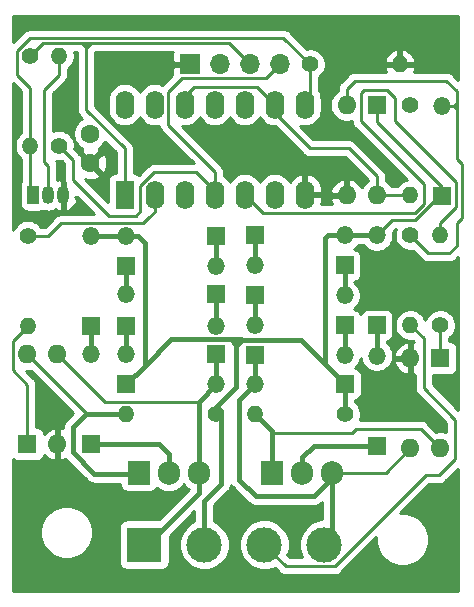
<source format=gbr>
%TF.GenerationSoftware,KiCad,Pcbnew,(5.1.6)-1*%
%TF.CreationDate,2021-04-27T13:36:45+02:00*%
%TF.ProjectId,BM2,424d322e-6b69-4636-9164-5f7063625858,rev?*%
%TF.SameCoordinates,Original*%
%TF.FileFunction,Copper,L2,Bot*%
%TF.FilePolarity,Positive*%
%FSLAX46Y46*%
G04 Gerber Fmt 4.6, Leading zero omitted, Abs format (unit mm)*
G04 Created by KiCad (PCBNEW (5.1.6)-1) date 2021-04-27 13:36:45*
%MOMM*%
%LPD*%
G01*
G04 APERTURE LIST*
%TA.AperFunction,ComponentPad*%
%ADD10C,3.000000*%
%TD*%
%TA.AperFunction,ComponentPad*%
%ADD11R,3.000000X3.000000*%
%TD*%
%TA.AperFunction,ComponentPad*%
%ADD12O,1.905000X2.000000*%
%TD*%
%TA.AperFunction,ComponentPad*%
%ADD13R,1.905000X2.000000*%
%TD*%
%TA.AperFunction,ComponentPad*%
%ADD14C,1.600000*%
%TD*%
%TA.AperFunction,ComponentPad*%
%ADD15O,1.600000X2.400000*%
%TD*%
%TA.AperFunction,ComponentPad*%
%ADD16R,1.600000X2.400000*%
%TD*%
%TA.AperFunction,ComponentPad*%
%ADD17C,1.400000*%
%TD*%
%TA.AperFunction,ComponentPad*%
%ADD18O,1.400000X1.400000*%
%TD*%
%TA.AperFunction,ComponentPad*%
%ADD19O,1.700000X1.700000*%
%TD*%
%TA.AperFunction,ComponentPad*%
%ADD20R,1.700000X1.700000*%
%TD*%
%TA.AperFunction,ComponentPad*%
%ADD21O,1.050000X1.500000*%
%TD*%
%TA.AperFunction,ComponentPad*%
%ADD22R,1.050000X1.500000*%
%TD*%
%TA.AperFunction,ComponentPad*%
%ADD23R,1.600000X1.600000*%
%TD*%
%TA.AperFunction,ComponentPad*%
%ADD24O,1.600000X1.600000*%
%TD*%
%TA.AperFunction,ComponentPad*%
%ADD25O,1.500000X1.500000*%
%TD*%
%TA.AperFunction,ComponentPad*%
%ADD26R,1.500000X1.500000*%
%TD*%
%TA.AperFunction,Conductor*%
%ADD27C,0.400000*%
%TD*%
%TA.AperFunction,Conductor*%
%ADD28C,0.250000*%
%TD*%
%TA.AperFunction,Conductor*%
%ADD29C,0.254000*%
%TD*%
G04 APERTURE END LIST*
D10*
%TO.P,J2,4*%
%TO.N,/sectionB*%
X99019000Y-182411000D03*
D11*
%TO.P,J2,1*%
%TO.N,/sectionA*%
X83779000Y-182411000D03*
D10*
%TO.P,J2,3*%
%TO.N,/DCC-*%
X93939000Y-182411000D03*
%TO.P,J2,2*%
%TO.N,/DCC+*%
X88859000Y-182411000D03*
%TD*%
D12*
%TO.P,Q1,3*%
%TO.N,/sectionB*%
X99695000Y-176315000D03*
%TO.P,Q1,2*%
%TO.N,Net-(D10-Pad1)*%
X97155000Y-176315000D03*
D13*
%TO.P,Q1,1*%
%TO.N,Net-(Q1-Pad1)*%
X94615000Y-176315000D03*
%TD*%
D12*
%TO.P,Q2,3*%
%TO.N,/sectionA*%
X88392000Y-176315000D03*
%TO.P,Q2,2*%
%TO.N,Net-(D8-Pad1)*%
X85852000Y-176315000D03*
D13*
%TO.P,Q2,1*%
%TO.N,Net-(Q2-Pad1)*%
X83312000Y-176315000D03*
%TD*%
D14*
%TO.P,C1,2*%
%TO.N,GND*%
X79207000Y-150113000D03*
%TO.P,C1,1*%
%TO.N,+5V*%
X79207000Y-147613000D03*
%TD*%
D15*
%TO.P,U2,14*%
%TO.N,+5V*%
X82128000Y-145161000D03*
%TO.P,U2,7*%
%TO.N,GND*%
X97368000Y-152781000D03*
%TO.P,U2,13*%
%TO.N,Net-(U2-Pad13)*%
X84668000Y-145161000D03*
%TO.P,U2,6*%
%TO.N,Net-(U2-Pad6)*%
X94828000Y-152781000D03*
%TO.P,U2,12*%
%TO.N,Net-(R16-Pad2)*%
X87208000Y-145161000D03*
%TO.P,U2,5*%
%TO.N,Net-(R9-Pad2)*%
X92288000Y-152781000D03*
%TO.P,U2,11*%
%TO.N,+5V*%
X89748000Y-145161000D03*
%TO.P,U2,4*%
%TO.N,Net-(J1-Pad4)*%
X89748000Y-152781000D03*
%TO.P,U2,10*%
%TO.N,Net-(U2-Pad10)*%
X92288000Y-145161000D03*
%TO.P,U2,3*%
%TO.N,Net-(U2-Pad3)*%
X87208000Y-152781000D03*
%TO.P,U2,9*%
%TO.N,Net-(R16-Pad2)*%
X94828000Y-145161000D03*
%TO.P,U2,2*%
%TO.N,Net-(R8-Pad1)*%
X84668000Y-152781000D03*
%TO.P,U2,8*%
%TO.N,Net-(Q10-Pad1)*%
X97368000Y-145161000D03*
D16*
%TO.P,U2,1*%
%TO.N,Net-(J1-Pad3)*%
X82128000Y-152781000D03*
%TD*%
D17*
%TO.P,R17,1*%
%TO.N,Net-(Q10-Pad1)*%
X97790000Y-141732000D03*
D18*
%TO.P,R17,2*%
%TO.N,GND*%
X105410000Y-141732000D03*
%TD*%
%TO.P,R16,2*%
%TO.N,Net-(R16-Pad2)*%
X106299000Y-152820000D03*
D17*
%TO.P,R16,1*%
%TO.N,+5V*%
X106299000Y-145200000D03*
%TD*%
%TO.P,R15,1*%
%TO.N,Net-(J1-Pad4)*%
X76540000Y-148629000D03*
D18*
%TO.P,R15,2*%
%TO.N,Net-(Q10-Pad2)*%
X76540000Y-141009000D03*
%TD*%
D17*
%TO.P,R14,1*%
%TO.N,Net-(J1-Pad3)*%
X74127000Y-141009000D03*
D18*
%TO.P,R14,2*%
%TO.N,Net-(Q10-Pad1)*%
X74127000Y-148629000D03*
%TD*%
%TO.P,R11,2*%
%TO.N,Net-(Q1-Pad1)*%
X93177000Y-171362000D03*
D17*
%TO.P,R11,1*%
%TO.N,/DCC+*%
X100797000Y-171362000D03*
%TD*%
D18*
%TO.P,R10,2*%
%TO.N,Net-(Q2-Pad1)*%
X82255000Y-171362000D03*
D17*
%TO.P,R10,1*%
%TO.N,/DCC+*%
X89875000Y-171362000D03*
%TD*%
D18*
%TO.P,R9,2*%
%TO.N,Net-(R9-Pad2)*%
X108839000Y-156210000D03*
D17*
%TO.P,R9,1*%
%TO.N,Net-(R9-Pad1)*%
X108839000Y-163830000D03*
%TD*%
D18*
%TO.P,R8,2*%
%TO.N,Net-(R8-Pad2)*%
X73914000Y-163869000D03*
D17*
%TO.P,R8,1*%
%TO.N,Net-(R8-Pad1)*%
X73914000Y-156249000D03*
%TD*%
D18*
%TO.P,R7,2*%
%TO.N,/DCC-*%
X106299000Y-163830000D03*
D17*
%TO.P,R7,1*%
%TO.N,Net-(D23-Pad2)*%
X106299000Y-156210000D03*
%TD*%
D19*
%TO.P,J1,4*%
%TO.N,Net-(J1-Pad4)*%
X95250000Y-141732000D03*
%TO.P,J1,3*%
%TO.N,Net-(J1-Pad3)*%
X92710000Y-141732000D03*
%TO.P,J1,2*%
%TO.N,+5V*%
X90170000Y-141732000D03*
D20*
%TO.P,J1,1*%
%TO.N,GND*%
X87630000Y-141732000D03*
%TD*%
D21*
%TO.P,Q10,2*%
%TO.N,Net-(Q10-Pad2)*%
X75651000Y-152820000D03*
%TO.P,Q10,3*%
%TO.N,GND*%
X76921000Y-152820000D03*
D22*
%TO.P,Q10,1*%
%TO.N,Net-(Q10-Pad1)*%
X74381000Y-152820000D03*
%TD*%
D23*
%TO.P,U1,1*%
%TO.N,/DCC+*%
X103464000Y-145200000D03*
D24*
%TO.P,U1,3*%
%TO.N,GND*%
X100924000Y-152820000D03*
%TO.P,U1,2*%
%TO.N,Net-(D23-Pad2)*%
X100924000Y-145200000D03*
%TO.P,U1,4*%
%TO.N,Net-(R16-Pad2)*%
X103464000Y-152820000D03*
%TD*%
D23*
%TO.P,U3,1*%
%TO.N,Net-(R8-Pad2)*%
X73873000Y-173902000D03*
D24*
%TO.P,U3,3*%
%TO.N,/sectionA*%
X76413000Y-166282000D03*
%TO.P,U3,2*%
%TO.N,GND*%
X76413000Y-173902000D03*
%TO.P,U3,4*%
%TO.N,Net-(Q2-Pad1)*%
X73873000Y-166282000D03*
%TD*%
%TO.P,U4,4*%
%TO.N,Net-(Q1-Pad1)*%
X108839000Y-174244000D03*
%TO.P,U4,2*%
%TO.N,GND*%
X106299000Y-166624000D03*
%TO.P,U4,3*%
%TO.N,/sectionB*%
X106299000Y-174244000D03*
D23*
%TO.P,U4,1*%
%TO.N,Net-(R9-Pad1)*%
X108839000Y-166624000D03*
%TD*%
D25*
%TO.P,D7,2*%
%TO.N,/DCC+*%
X79248000Y-156249000D03*
D26*
%TO.P,D7,1*%
%TO.N,Net-(D7-Pad1)*%
X79248000Y-163869000D03*
%TD*%
%TO.P,D8,1*%
%TO.N,Net-(D8-Pad1)*%
X79248000Y-173902000D03*
D25*
%TO.P,D8,2*%
%TO.N,Net-(D7-Pad1)*%
X79248000Y-166282000D03*
%TD*%
D26*
%TO.P,D9,1*%
%TO.N,Net-(D10-Pad2)*%
X103464000Y-163830000D03*
D25*
%TO.P,D9,2*%
%TO.N,/DCC+*%
X103464000Y-156210000D03*
%TD*%
%TO.P,D10,2*%
%TO.N,Net-(D10-Pad2)*%
X103464000Y-166409000D03*
D26*
%TO.P,D10,1*%
%TO.N,Net-(D10-Pad1)*%
X103464000Y-174029000D03*
%TD*%
D25*
%TO.P,D11,2*%
%TO.N,/DCC+*%
X82255000Y-156249000D03*
D26*
%TO.P,D11,1*%
%TO.N,Net-(D11-Pad1)*%
X89875000Y-156249000D03*
%TD*%
%TO.P,D12,1*%
%TO.N,Net-(D12-Pad1)*%
X82255000Y-158789000D03*
D25*
%TO.P,D12,2*%
%TO.N,Net-(D11-Pad1)*%
X89875000Y-158789000D03*
%TD*%
%TO.P,D13,2*%
%TO.N,Net-(D12-Pad1)*%
X82255000Y-161202000D03*
D26*
%TO.P,D13,1*%
%TO.N,Net-(D13-Pad1)*%
X89875000Y-161202000D03*
%TD*%
%TO.P,D14,1*%
%TO.N,Net-(D14-Pad1)*%
X82255000Y-163869000D03*
D25*
%TO.P,D14,2*%
%TO.N,Net-(D13-Pad1)*%
X89875000Y-163869000D03*
%TD*%
%TO.P,D15,2*%
%TO.N,Net-(D14-Pad1)*%
X82255000Y-166282000D03*
D26*
%TO.P,D15,1*%
%TO.N,/sectionA*%
X89875000Y-166282000D03*
%TD*%
D25*
%TO.P,D16,2*%
%TO.N,/DCC+*%
X100797000Y-156210000D03*
D26*
%TO.P,D16,1*%
%TO.N,Net-(D16-Pad1)*%
X93177000Y-156210000D03*
%TD*%
%TO.P,D17,1*%
%TO.N,Net-(D17-Pad1)*%
X100739000Y-158771000D03*
D25*
%TO.P,D17,2*%
%TO.N,Net-(D16-Pad1)*%
X93119000Y-158771000D03*
%TD*%
%TO.P,D18,2*%
%TO.N,Net-(D17-Pad1)*%
X100739000Y-161311000D03*
D26*
%TO.P,D18,1*%
%TO.N,Net-(D18-Pad1)*%
X93119000Y-161311000D03*
%TD*%
%TO.P,D19,1*%
%TO.N,Net-(D19-Pad1)*%
X100739000Y-163851000D03*
D25*
%TO.P,D19,2*%
%TO.N,Net-(D18-Pad1)*%
X93119000Y-163851000D03*
%TD*%
D26*
%TO.P,D20,1*%
%TO.N,/sectionB*%
X93119000Y-166391000D03*
D25*
%TO.P,D20,2*%
%TO.N,Net-(D19-Pad1)*%
X100739000Y-166391000D03*
%TD*%
%TO.P,D21,2*%
%TO.N,/sectionA*%
X89875000Y-168822000D03*
D26*
%TO.P,D21,1*%
%TO.N,/DCC+*%
X82255000Y-168822000D03*
%TD*%
D25*
%TO.P,D22,2*%
%TO.N,/sectionB*%
X93177000Y-168822000D03*
D26*
%TO.P,D22,1*%
%TO.N,/DCC+*%
X100797000Y-168822000D03*
%TD*%
%TO.P,D23,1*%
%TO.N,/DCC+*%
X108966000Y-152908000D03*
D25*
%TO.P,D23,2*%
%TO.N,Net-(D23-Pad2)*%
X108966000Y-145288000D03*
%TD*%
D27*
%TO.N,Net-(D8-Pad1)*%
X79248000Y-173902000D02*
X85002000Y-173902000D01*
X85852000Y-174752000D02*
X85852000Y-176315000D01*
X85002000Y-173902000D02*
X85852000Y-174752000D01*
%TO.N,/sectionA*%
X83779000Y-182411000D02*
X84035000Y-182411000D01*
X88392000Y-178054000D02*
X88392000Y-176315000D01*
X84035000Y-182411000D02*
X88392000Y-178054000D01*
X88392000Y-170305000D02*
X89875000Y-168822000D01*
X88392000Y-176315000D02*
X88392000Y-170305000D01*
X89875000Y-168822000D02*
X89875000Y-166282000D01*
D28*
X88360001Y-170336999D02*
X89875000Y-168822000D01*
X80467999Y-170336999D02*
X88360001Y-170336999D01*
X76413000Y-166282000D02*
X80467999Y-170336999D01*
D27*
%TO.N,/sectionB*%
X93177000Y-166449000D02*
X93119000Y-166391000D01*
X93177000Y-168822000D02*
X93177000Y-166449000D01*
X99695000Y-181735000D02*
X99019000Y-182411000D01*
X99695000Y-176315000D02*
X99695000Y-181735000D01*
X99695000Y-176315000D02*
X99695000Y-176784000D01*
X99695000Y-176784000D02*
X98171000Y-178308000D01*
X98171000Y-178308000D02*
X93218000Y-178308000D01*
X93218000Y-178308000D02*
X91821000Y-176911000D01*
X91821000Y-170178000D02*
X93177000Y-168822000D01*
X91821000Y-176911000D02*
X91821000Y-170178000D01*
D28*
X104228000Y-176315000D02*
X99695000Y-176315000D01*
X106299000Y-174244000D02*
X104228000Y-176315000D01*
D27*
%TO.N,Net-(D10-Pad1)*%
X97155000Y-176315000D02*
X97155000Y-175006000D01*
X98132000Y-174029000D02*
X103464000Y-174029000D01*
X97155000Y-175006000D02*
X98132000Y-174029000D01*
D28*
%TO.N,Net-(Q10-Pad2)*%
X75651000Y-152820000D02*
X75651000Y-150327000D01*
X75651000Y-150327000D02*
X75311000Y-149987000D01*
X75311000Y-149987000D02*
X75311000Y-143891000D01*
X76540000Y-142662000D02*
X76540000Y-141009000D01*
X75311000Y-143891000D02*
X76540000Y-142662000D01*
%TO.N,Net-(Q10-Pad1)*%
X74127000Y-152566000D02*
X74381000Y-152820000D01*
X74127000Y-148629000D02*
X74127000Y-152566000D01*
X97790000Y-144739000D02*
X97368000Y-145161000D01*
X97790000Y-141732000D02*
X97790000Y-144739000D01*
X74127000Y-148629000D02*
X74127000Y-143723000D01*
X74127000Y-143723000D02*
X73025000Y-142621000D01*
X74115007Y-139503991D02*
X95561991Y-139503991D01*
X73025000Y-140593998D02*
X74115007Y-139503991D01*
X95561991Y-139503991D02*
X97790000Y-141732000D01*
X73025000Y-142621000D02*
X73025000Y-140593998D01*
D27*
%TO.N,/DCC+*%
X82255000Y-156249000D02*
X79248000Y-156249000D01*
X82255000Y-156249000D02*
X83224000Y-156249000D01*
X83224000Y-156249000D02*
X83820000Y-156845000D01*
X83820000Y-167257000D02*
X82255000Y-168822000D01*
X83820000Y-156845000D02*
X83820000Y-167257000D01*
X100797000Y-156210000D02*
X99314000Y-156210000D01*
X99314000Y-156210000D02*
X99060000Y-156464000D01*
X99060000Y-167085000D02*
X100797000Y-168822000D01*
X99060000Y-156464000D02*
X99060000Y-167085000D01*
X100797000Y-168822000D02*
X100797000Y-171362000D01*
X100797000Y-156210000D02*
X103464000Y-156210000D01*
D28*
X104734000Y-154940000D02*
X103464000Y-156210000D01*
X106680000Y-154940000D02*
X104734000Y-154940000D01*
D27*
X90297000Y-177292000D02*
X90297000Y-171784000D01*
X88859000Y-182411000D02*
X88859000Y-178730000D01*
X90297000Y-171784000D02*
X89875000Y-171362000D01*
X88859000Y-178730000D02*
X90297000Y-177292000D01*
X89875000Y-171362000D02*
X89875000Y-170729000D01*
X89875000Y-170729000D02*
X91567000Y-169037000D01*
X91567000Y-169037000D02*
X91567000Y-165608000D01*
X91567000Y-165608000D02*
X92075000Y-165100000D01*
X97075000Y-165100000D02*
X100797000Y-168822000D01*
X92075000Y-165100000D02*
X97075000Y-165100000D01*
X91567000Y-165608000D02*
X91567000Y-165481000D01*
X86057999Y-165019001D02*
X83820000Y-167257000D01*
X91567000Y-165481000D02*
X91105001Y-165019001D01*
X91994001Y-165019001D02*
X92075000Y-165100000D01*
X90885999Y-165019001D02*
X86057999Y-165019001D01*
X91105001Y-165019001D02*
X90885999Y-165019001D01*
X91567000Y-165481000D02*
X91567000Y-165100000D01*
X90885999Y-165019001D02*
X91647999Y-165019001D01*
X91567000Y-165100000D02*
X91647999Y-165019001D01*
X91647999Y-165019001D02*
X91994001Y-165019001D01*
D28*
X108712000Y-152908000D02*
X107442000Y-154178000D01*
X108966000Y-152908000D02*
X108712000Y-152908000D01*
X107569000Y-154051000D02*
X107442000Y-154178000D01*
X107442000Y-154178000D02*
X106680000Y-154940000D01*
X108966000Y-152908000D02*
X108966000Y-152146000D01*
X103464000Y-146644000D02*
X103464000Y-145200000D01*
X108966000Y-152146000D02*
X103464000Y-146644000D01*
%TO.N,Net-(D23-Pad2)*%
X100924000Y-143805000D02*
X100924000Y-145200000D01*
X110236000Y-157099000D02*
X110236000Y-155194000D01*
X110236000Y-155194000D02*
X110649990Y-154780010D01*
X109601000Y-157734000D02*
X110236000Y-157099000D01*
X110649990Y-150146990D02*
X110236000Y-149733000D01*
X106299000Y-156210000D02*
X107823000Y-157734000D01*
X110236000Y-144018000D02*
X109347000Y-143129000D01*
X107823000Y-157734000D02*
X109601000Y-157734000D01*
X110649990Y-154780010D02*
X110649990Y-150146990D01*
X109347000Y-143129000D02*
X101600000Y-143129000D01*
X101600000Y-143129000D02*
X100924000Y-143805000D01*
X108966000Y-145288000D02*
X109982000Y-145288000D01*
X109982000Y-145288000D02*
X110236000Y-145034000D01*
X110236000Y-145034000D02*
X110236000Y-144018000D01*
X109982000Y-145288000D02*
X110236000Y-145542000D01*
X110236000Y-149733000D02*
X110236000Y-145542000D01*
X110236000Y-145542000D02*
X110236000Y-145034000D01*
%TO.N,Net-(R16-Pad2)*%
X106299000Y-152820000D02*
X103464000Y-152820000D01*
X94828000Y-145161000D02*
X94828000Y-145882000D01*
X94828000Y-145882000D02*
X97790000Y-148844000D01*
X97790000Y-148844000D02*
X101092000Y-148844000D01*
X103464000Y-151216000D02*
X103464000Y-152820000D01*
X101092000Y-148844000D02*
X103464000Y-151216000D01*
X87208000Y-145161000D02*
X87208000Y-144440000D01*
X88012010Y-143635990D02*
X87947500Y-143700500D01*
X92775504Y-143657500D02*
X92753994Y-143635990D01*
X93324500Y-143657500D02*
X92775504Y-143657500D01*
X92753994Y-143635990D02*
X88012010Y-143635990D01*
X87208000Y-144440000D02*
X87947500Y-143700500D01*
X93324500Y-143657500D02*
X94828000Y-145161000D01*
%TO.N,Net-(R8-Pad2)*%
X73873000Y-173902000D02*
X73873000Y-168869000D01*
X73873000Y-168869000D02*
X72644000Y-167640000D01*
X72644000Y-165139000D02*
X73914000Y-163869000D01*
X72644000Y-167640000D02*
X72644000Y-165139000D01*
%TO.N,Net-(R9-Pad1)*%
X108839000Y-163830000D02*
X108839000Y-166624000D01*
D27*
%TO.N,Net-(D7-Pad1)*%
X79248000Y-166282000D02*
X79248000Y-163869000D01*
%TO.N,Net-(D10-Pad2)*%
X103464000Y-166409000D02*
X103464000Y-163830000D01*
%TO.N,Net-(D11-Pad1)*%
X89875000Y-158789000D02*
X89875000Y-156249000D01*
%TO.N,Net-(D12-Pad1)*%
X82255000Y-158789000D02*
X82255000Y-161202000D01*
%TO.N,Net-(D13-Pad1)*%
X89875000Y-163869000D02*
X89875000Y-161202000D01*
%TO.N,Net-(D14-Pad1)*%
X82255000Y-166282000D02*
X82255000Y-163869000D01*
%TO.N,Net-(D16-Pad1)*%
X93119000Y-156268000D02*
X93177000Y-156210000D01*
X93119000Y-158771000D02*
X93119000Y-156268000D01*
%TO.N,Net-(D17-Pad1)*%
X100739000Y-161311000D02*
X100739000Y-158771000D01*
%TO.N,Net-(D18-Pad1)*%
X93119000Y-161311000D02*
X93119000Y-163851000D01*
%TO.N,Net-(D19-Pad1)*%
X100739000Y-166391000D02*
X100739000Y-163851000D01*
D28*
%TO.N,Net-(J1-Pad4)*%
X94074999Y-142907001D02*
X86962999Y-142907001D01*
X95250000Y-141732000D02*
X94074999Y-142907001D01*
X85793010Y-144076990D02*
X85793010Y-146880010D01*
X86962999Y-142907001D02*
X85793010Y-144076990D01*
X89748000Y-150835000D02*
X89748000Y-152781000D01*
X85793010Y-146880010D02*
X89748000Y-150835000D01*
X88138000Y-150876000D02*
X89748000Y-152486000D01*
X84581996Y-150876000D02*
X88138000Y-150876000D01*
X83439000Y-152018996D02*
X84581996Y-150876000D01*
X83439000Y-154178000D02*
X83439000Y-152018996D01*
X89748000Y-152486000D02*
X89748000Y-152781000D01*
X77771010Y-149860010D02*
X77771010Y-151558010D01*
X83058000Y-154559000D02*
X83439000Y-154178000D01*
X77771010Y-151558010D02*
X80772000Y-154559000D01*
X76540000Y-148629000D02*
X77771010Y-149860010D01*
X80772000Y-154559000D02*
X83058000Y-154559000D01*
%TO.N,Net-(J1-Pad3)*%
X74127000Y-141009000D02*
X75182000Y-139954000D01*
X90932000Y-139954000D02*
X92710000Y-141732000D01*
X82128000Y-152781000D02*
X82128000Y-148868998D01*
X82128000Y-148868998D02*
X78867000Y-145607998D01*
X78740000Y-140208000D02*
X78486000Y-139954000D01*
X78867000Y-140208000D02*
X78740000Y-140208000D01*
X78867000Y-140208000D02*
X78867000Y-139954000D01*
X75182000Y-139954000D02*
X78486000Y-139954000D01*
X78486000Y-139954000D02*
X78867000Y-139954000D01*
X78867000Y-140335000D02*
X79248000Y-139954000D01*
X79248000Y-139954000D02*
X90932000Y-139954000D01*
X78867000Y-139954000D02*
X79248000Y-139954000D01*
X78867000Y-140335000D02*
X78867000Y-140208000D01*
X78867000Y-145607998D02*
X78867000Y-140335000D01*
%TO.N,/DCC-*%
X107424001Y-169146001D02*
X107424001Y-164955001D01*
X110109000Y-175133000D02*
X110109000Y-171831000D01*
X93939000Y-182411000D02*
X95764001Y-184236001D01*
X110109000Y-171831000D02*
X107424001Y-169146001D01*
X95764001Y-184236001D02*
X99895001Y-184236001D01*
X99895001Y-184236001D02*
X107601002Y-176530000D01*
X107601002Y-176530000D02*
X108712000Y-176530000D01*
X107424001Y-164955001D02*
X106299000Y-163830000D01*
X108712000Y-176530000D02*
X110109000Y-175133000D01*
%TO.N,Net-(R8-Pad1)*%
X84668000Y-154231000D02*
X84213000Y-154686000D01*
X84668000Y-152781000D02*
X84668000Y-154231000D01*
X75653000Y-156249000D02*
X73914000Y-156249000D01*
X84213000Y-154686000D02*
X84201000Y-154686000D01*
X84201000Y-154686000D02*
X83693000Y-155194000D01*
X82771001Y-155173999D02*
X76728001Y-155173999D01*
X76728001Y-155173999D02*
X76454000Y-155448000D01*
X82791002Y-155194000D02*
X82771001Y-155173999D01*
X83693000Y-155194000D02*
X82791002Y-155194000D01*
X76454000Y-155448000D02*
X75653000Y-156249000D01*
%TO.N,Net-(R9-Pad2)*%
X93813010Y-154306010D02*
X92288000Y-152781000D01*
X106677580Y-154306010D02*
X93813010Y-154306010D01*
X105029000Y-146558000D02*
X105029000Y-144579998D01*
X102362000Y-143891000D02*
X102108000Y-144145000D01*
X110199980Y-151728980D02*
X105029000Y-146558000D01*
X108839000Y-155220051D02*
X110199980Y-153859071D01*
X102108000Y-144145000D02*
X102108000Y-146558000D01*
X108839000Y-156210000D02*
X108839000Y-155220051D01*
X107442000Y-153541590D02*
X106677580Y-154306010D01*
X105029000Y-144579998D02*
X104340002Y-143891000D01*
X104340002Y-143891000D02*
X102362000Y-143891000D01*
X110199980Y-153859071D02*
X110199980Y-151728980D01*
X102108000Y-146558000D02*
X107442000Y-151892000D01*
X107442000Y-151892000D02*
X107442000Y-153541590D01*
D27*
%TO.N,Net-(Q1-Pad1)*%
X94615000Y-172800000D02*
X93177000Y-171362000D01*
X94615000Y-176315000D02*
X94615000Y-172800000D01*
D28*
X108839000Y-174244000D02*
X107188000Y-172593000D01*
X107188000Y-172593000D02*
X101727000Y-172593000D01*
X101727000Y-172593000D02*
X101346000Y-172974000D01*
X94789000Y-172974000D02*
X93177000Y-171362000D01*
X101346000Y-172974000D02*
X94789000Y-172974000D01*
D27*
%TO.N,Net-(Q2-Pad1)*%
X82255000Y-171362000D02*
X78828000Y-171362000D01*
X77724000Y-172466000D02*
X77724000Y-174598002D01*
X77724000Y-174598002D02*
X79528998Y-176403000D01*
X83224000Y-176403000D02*
X83312000Y-176315000D01*
X79528998Y-176403000D02*
X83224000Y-176403000D01*
X78828000Y-171362000D02*
X78549500Y-171640500D01*
X78549500Y-171640500D02*
X77724000Y-172466000D01*
D28*
X78828000Y-171237000D02*
X78828000Y-171362000D01*
X73873000Y-166282000D02*
X78828000Y-171237000D01*
%TD*%
D29*
%TO.N,GND*%
G36*
X77762665Y-171246467D02*
G01*
X77162579Y-171846554D01*
X77130709Y-171872709D01*
X77045053Y-171977082D01*
X77026364Y-171999855D01*
X76948828Y-172144914D01*
X76901082Y-172302312D01*
X76884960Y-172466000D01*
X76889000Y-172507019D01*
X76889000Y-172548604D01*
X76762039Y-172510096D01*
X76540000Y-172632085D01*
X76540000Y-173775000D01*
X76560000Y-173775000D01*
X76560000Y-174029000D01*
X76540000Y-174029000D01*
X76540000Y-175171915D01*
X76762039Y-175293904D01*
X76896087Y-175253246D01*
X77101771Y-175156031D01*
X77130710Y-175191293D01*
X77162574Y-175217443D01*
X78909561Y-176964432D01*
X78935707Y-176996291D01*
X78967566Y-177022437D01*
X78967568Y-177022439D01*
X79054521Y-177093799D01*
X79062852Y-177100636D01*
X79207911Y-177178172D01*
X79365309Y-177225918D01*
X79487979Y-177238000D01*
X79487980Y-177238000D01*
X79528998Y-177242040D01*
X79570016Y-177238000D01*
X81721428Y-177238000D01*
X81721428Y-177315000D01*
X81733688Y-177439482D01*
X81769998Y-177559180D01*
X81828963Y-177669494D01*
X81908315Y-177766185D01*
X82005006Y-177845537D01*
X82115320Y-177904502D01*
X82235018Y-177940812D01*
X82359500Y-177953072D01*
X84264500Y-177953072D01*
X84388982Y-177940812D01*
X84508680Y-177904502D01*
X84618994Y-177845537D01*
X84715685Y-177766185D01*
X84795037Y-177669494D01*
X84839905Y-177585553D01*
X84965766Y-177688845D01*
X85241552Y-177836255D01*
X85540797Y-177927030D01*
X85852000Y-177957681D01*
X86163204Y-177927030D01*
X86462449Y-177836255D01*
X86738235Y-177688845D01*
X86979963Y-177490463D01*
X87122000Y-177317391D01*
X87264037Y-177490463D01*
X87505766Y-177688845D01*
X87551723Y-177713409D01*
X84992205Y-180272928D01*
X82279000Y-180272928D01*
X82154518Y-180285188D01*
X82034820Y-180321498D01*
X81924506Y-180380463D01*
X81827815Y-180459815D01*
X81748463Y-180556506D01*
X81689498Y-180666820D01*
X81653188Y-180786518D01*
X81640928Y-180911000D01*
X81640928Y-183911000D01*
X81653188Y-184035482D01*
X81689498Y-184155180D01*
X81748463Y-184265494D01*
X81827815Y-184362185D01*
X81924506Y-184441537D01*
X82034820Y-184500502D01*
X82154518Y-184536812D01*
X82279000Y-184549072D01*
X85279000Y-184549072D01*
X85403482Y-184536812D01*
X85523180Y-184500502D01*
X85633494Y-184441537D01*
X85730185Y-184362185D01*
X85809537Y-184265494D01*
X85868502Y-184155180D01*
X85904812Y-184035482D01*
X85917072Y-183911000D01*
X85917072Y-181709795D01*
X88024001Y-179602867D01*
X88024001Y-180445961D01*
X87847698Y-180518988D01*
X87498017Y-180752637D01*
X87200637Y-181050017D01*
X86966988Y-181399698D01*
X86806047Y-181788244D01*
X86724000Y-182200721D01*
X86724000Y-182621279D01*
X86806047Y-183033756D01*
X86966988Y-183422302D01*
X87200637Y-183771983D01*
X87498017Y-184069363D01*
X87847698Y-184303012D01*
X88236244Y-184463953D01*
X88648721Y-184546000D01*
X89069279Y-184546000D01*
X89481756Y-184463953D01*
X89870302Y-184303012D01*
X90219983Y-184069363D01*
X90517363Y-183771983D01*
X90751012Y-183422302D01*
X90911953Y-183033756D01*
X90994000Y-182621279D01*
X90994000Y-182200721D01*
X90911953Y-181788244D01*
X90751012Y-181399698D01*
X90517363Y-181050017D01*
X90219983Y-180752637D01*
X89870302Y-180518988D01*
X89694000Y-180445961D01*
X89694000Y-179075867D01*
X90858428Y-177911440D01*
X90890291Y-177885291D01*
X90994636Y-177758146D01*
X91072172Y-177613087D01*
X91119918Y-177455689D01*
X91127194Y-177381812D01*
X91227709Y-177504291D01*
X91259579Y-177530446D01*
X92598558Y-178869426D01*
X92624709Y-178901291D01*
X92751854Y-179005636D01*
X92896913Y-179083172D01*
X93054311Y-179130918D01*
X93176981Y-179143000D01*
X93176991Y-179143000D01*
X93217999Y-179147039D01*
X93259007Y-179143000D01*
X98129982Y-179143000D01*
X98171000Y-179147040D01*
X98212018Y-179143000D01*
X98212019Y-179143000D01*
X98334689Y-179130918D01*
X98492087Y-179083172D01*
X98637146Y-179005636D01*
X98764291Y-178901291D01*
X98790446Y-178869421D01*
X98860000Y-178799867D01*
X98860001Y-180276000D01*
X98808721Y-180276000D01*
X98396244Y-180358047D01*
X98007698Y-180518988D01*
X97658017Y-180752637D01*
X97360637Y-181050017D01*
X97126988Y-181399698D01*
X96966047Y-181788244D01*
X96884000Y-182200721D01*
X96884000Y-182621279D01*
X96966047Y-183033756D01*
X97126988Y-183422302D01*
X97162868Y-183476001D01*
X96078803Y-183476001D01*
X95887860Y-183285058D01*
X95991953Y-183033756D01*
X96074000Y-182621279D01*
X96074000Y-182200721D01*
X95991953Y-181788244D01*
X95831012Y-181399698D01*
X95597363Y-181050017D01*
X95299983Y-180752637D01*
X94950302Y-180518988D01*
X94561756Y-180358047D01*
X94149279Y-180276000D01*
X93728721Y-180276000D01*
X93316244Y-180358047D01*
X92927698Y-180518988D01*
X92578017Y-180752637D01*
X92280637Y-181050017D01*
X92046988Y-181399698D01*
X91886047Y-181788244D01*
X91804000Y-182200721D01*
X91804000Y-182621279D01*
X91886047Y-183033756D01*
X92046988Y-183422302D01*
X92280637Y-183771983D01*
X92578017Y-184069363D01*
X92927698Y-184303012D01*
X93316244Y-184463953D01*
X93728721Y-184546000D01*
X94149279Y-184546000D01*
X94561756Y-184463953D01*
X94813058Y-184359860D01*
X95200202Y-184747004D01*
X95224000Y-184776002D01*
X95339725Y-184870975D01*
X95471754Y-184941547D01*
X95615015Y-184985004D01*
X95726668Y-184996001D01*
X95726677Y-184996001D01*
X95764000Y-184999677D01*
X95801323Y-184996001D01*
X99857679Y-184996001D01*
X99895001Y-184999677D01*
X99932323Y-184996001D01*
X99932334Y-184996001D01*
X100043987Y-184985004D01*
X100187248Y-184941547D01*
X100319277Y-184870975D01*
X100435002Y-184776002D01*
X100458805Y-184746998D01*
X103429762Y-181776041D01*
X103429000Y-181779872D01*
X103429000Y-182220128D01*
X103514890Y-182651925D01*
X103683369Y-183058669D01*
X103927962Y-183424729D01*
X104239271Y-183736038D01*
X104605331Y-183980631D01*
X105012075Y-184149110D01*
X105443872Y-184235000D01*
X105884128Y-184235000D01*
X106315925Y-184149110D01*
X106722669Y-183980631D01*
X107088729Y-183736038D01*
X107400038Y-183424729D01*
X107644631Y-183058669D01*
X107813110Y-182651925D01*
X107899000Y-182220128D01*
X107899000Y-181779872D01*
X107813110Y-181348075D01*
X107644631Y-180941331D01*
X107400038Y-180575271D01*
X107088729Y-180263962D01*
X106722669Y-180019369D01*
X106315925Y-179850890D01*
X105884128Y-179765000D01*
X105443872Y-179765000D01*
X105440042Y-179765762D01*
X107915804Y-177290000D01*
X108674678Y-177290000D01*
X108712000Y-177293676D01*
X108749322Y-177290000D01*
X108749333Y-177290000D01*
X108860986Y-177279003D01*
X109004247Y-177235546D01*
X109136276Y-177164974D01*
X109252001Y-177070001D01*
X109275804Y-177040997D01*
X110340000Y-175976802D01*
X110340000Y-186340000D01*
X72660000Y-186340000D01*
X72660000Y-181135872D01*
X74981000Y-181135872D01*
X74981000Y-181576128D01*
X75066890Y-182007925D01*
X75235369Y-182414669D01*
X75479962Y-182780729D01*
X75791271Y-183092038D01*
X76157331Y-183336631D01*
X76564075Y-183505110D01*
X76995872Y-183591000D01*
X77436128Y-183591000D01*
X77867925Y-183505110D01*
X78274669Y-183336631D01*
X78640729Y-183092038D01*
X78952038Y-182780729D01*
X79196631Y-182414669D01*
X79365110Y-182007925D01*
X79451000Y-181576128D01*
X79451000Y-181135872D01*
X79365110Y-180704075D01*
X79196631Y-180297331D01*
X78952038Y-179931271D01*
X78640729Y-179619962D01*
X78274669Y-179375369D01*
X77867925Y-179206890D01*
X77436128Y-179121000D01*
X76995872Y-179121000D01*
X76564075Y-179206890D01*
X76157331Y-179375369D01*
X75791271Y-179619962D01*
X75479962Y-179931271D01*
X75235369Y-180297331D01*
X75066890Y-180704075D01*
X74981000Y-181135872D01*
X72660000Y-181135872D01*
X72660000Y-175184523D01*
X72718506Y-175232537D01*
X72828820Y-175291502D01*
X72948518Y-175327812D01*
X73073000Y-175340072D01*
X74673000Y-175340072D01*
X74797482Y-175327812D01*
X74917180Y-175291502D01*
X75027494Y-175232537D01*
X75124185Y-175153185D01*
X75203537Y-175056494D01*
X75262502Y-174946180D01*
X75298812Y-174826482D01*
X75301231Y-174801920D01*
X75449586Y-174965519D01*
X75675580Y-175133037D01*
X75929913Y-175253246D01*
X76063961Y-175293904D01*
X76286000Y-175171915D01*
X76286000Y-174029000D01*
X76266000Y-174029000D01*
X76266000Y-173775000D01*
X76286000Y-173775000D01*
X76286000Y-172632085D01*
X76063961Y-172510096D01*
X75929913Y-172550754D01*
X75675580Y-172670963D01*
X75449586Y-172838481D01*
X75301231Y-173002080D01*
X75298812Y-172977518D01*
X75262502Y-172857820D01*
X75203537Y-172747506D01*
X75124185Y-172650815D01*
X75027494Y-172571463D01*
X74917180Y-172512498D01*
X74797482Y-172476188D01*
X74673000Y-172463928D01*
X74633000Y-172463928D01*
X74633000Y-168906322D01*
X74636676Y-168868999D01*
X74633000Y-168831676D01*
X74633000Y-168831667D01*
X74622003Y-168720014D01*
X74578546Y-168576753D01*
X74507974Y-168444724D01*
X74462245Y-168389003D01*
X74436799Y-168357996D01*
X74436795Y-168357992D01*
X74413001Y-168328999D01*
X74384008Y-168305205D01*
X73795802Y-167717000D01*
X74014335Y-167717000D01*
X74196887Y-167680688D01*
X77762665Y-171246467D01*
G37*
X77762665Y-171246467D02*
X77162579Y-171846554D01*
X77130709Y-171872709D01*
X77045053Y-171977082D01*
X77026364Y-171999855D01*
X76948828Y-172144914D01*
X76901082Y-172302312D01*
X76884960Y-172466000D01*
X76889000Y-172507019D01*
X76889000Y-172548604D01*
X76762039Y-172510096D01*
X76540000Y-172632085D01*
X76540000Y-173775000D01*
X76560000Y-173775000D01*
X76560000Y-174029000D01*
X76540000Y-174029000D01*
X76540000Y-175171915D01*
X76762039Y-175293904D01*
X76896087Y-175253246D01*
X77101771Y-175156031D01*
X77130710Y-175191293D01*
X77162574Y-175217443D01*
X78909561Y-176964432D01*
X78935707Y-176996291D01*
X78967566Y-177022437D01*
X78967568Y-177022439D01*
X79054521Y-177093799D01*
X79062852Y-177100636D01*
X79207911Y-177178172D01*
X79365309Y-177225918D01*
X79487979Y-177238000D01*
X79487980Y-177238000D01*
X79528998Y-177242040D01*
X79570016Y-177238000D01*
X81721428Y-177238000D01*
X81721428Y-177315000D01*
X81733688Y-177439482D01*
X81769998Y-177559180D01*
X81828963Y-177669494D01*
X81908315Y-177766185D01*
X82005006Y-177845537D01*
X82115320Y-177904502D01*
X82235018Y-177940812D01*
X82359500Y-177953072D01*
X84264500Y-177953072D01*
X84388982Y-177940812D01*
X84508680Y-177904502D01*
X84618994Y-177845537D01*
X84715685Y-177766185D01*
X84795037Y-177669494D01*
X84839905Y-177585553D01*
X84965766Y-177688845D01*
X85241552Y-177836255D01*
X85540797Y-177927030D01*
X85852000Y-177957681D01*
X86163204Y-177927030D01*
X86462449Y-177836255D01*
X86738235Y-177688845D01*
X86979963Y-177490463D01*
X87122000Y-177317391D01*
X87264037Y-177490463D01*
X87505766Y-177688845D01*
X87551723Y-177713409D01*
X84992205Y-180272928D01*
X82279000Y-180272928D01*
X82154518Y-180285188D01*
X82034820Y-180321498D01*
X81924506Y-180380463D01*
X81827815Y-180459815D01*
X81748463Y-180556506D01*
X81689498Y-180666820D01*
X81653188Y-180786518D01*
X81640928Y-180911000D01*
X81640928Y-183911000D01*
X81653188Y-184035482D01*
X81689498Y-184155180D01*
X81748463Y-184265494D01*
X81827815Y-184362185D01*
X81924506Y-184441537D01*
X82034820Y-184500502D01*
X82154518Y-184536812D01*
X82279000Y-184549072D01*
X85279000Y-184549072D01*
X85403482Y-184536812D01*
X85523180Y-184500502D01*
X85633494Y-184441537D01*
X85730185Y-184362185D01*
X85809537Y-184265494D01*
X85868502Y-184155180D01*
X85904812Y-184035482D01*
X85917072Y-183911000D01*
X85917072Y-181709795D01*
X88024001Y-179602867D01*
X88024001Y-180445961D01*
X87847698Y-180518988D01*
X87498017Y-180752637D01*
X87200637Y-181050017D01*
X86966988Y-181399698D01*
X86806047Y-181788244D01*
X86724000Y-182200721D01*
X86724000Y-182621279D01*
X86806047Y-183033756D01*
X86966988Y-183422302D01*
X87200637Y-183771983D01*
X87498017Y-184069363D01*
X87847698Y-184303012D01*
X88236244Y-184463953D01*
X88648721Y-184546000D01*
X89069279Y-184546000D01*
X89481756Y-184463953D01*
X89870302Y-184303012D01*
X90219983Y-184069363D01*
X90517363Y-183771983D01*
X90751012Y-183422302D01*
X90911953Y-183033756D01*
X90994000Y-182621279D01*
X90994000Y-182200721D01*
X90911953Y-181788244D01*
X90751012Y-181399698D01*
X90517363Y-181050017D01*
X90219983Y-180752637D01*
X89870302Y-180518988D01*
X89694000Y-180445961D01*
X89694000Y-179075867D01*
X90858428Y-177911440D01*
X90890291Y-177885291D01*
X90994636Y-177758146D01*
X91072172Y-177613087D01*
X91119918Y-177455689D01*
X91127194Y-177381812D01*
X91227709Y-177504291D01*
X91259579Y-177530446D01*
X92598558Y-178869426D01*
X92624709Y-178901291D01*
X92751854Y-179005636D01*
X92896913Y-179083172D01*
X93054311Y-179130918D01*
X93176981Y-179143000D01*
X93176991Y-179143000D01*
X93217999Y-179147039D01*
X93259007Y-179143000D01*
X98129982Y-179143000D01*
X98171000Y-179147040D01*
X98212018Y-179143000D01*
X98212019Y-179143000D01*
X98334689Y-179130918D01*
X98492087Y-179083172D01*
X98637146Y-179005636D01*
X98764291Y-178901291D01*
X98790446Y-178869421D01*
X98860000Y-178799867D01*
X98860001Y-180276000D01*
X98808721Y-180276000D01*
X98396244Y-180358047D01*
X98007698Y-180518988D01*
X97658017Y-180752637D01*
X97360637Y-181050017D01*
X97126988Y-181399698D01*
X96966047Y-181788244D01*
X96884000Y-182200721D01*
X96884000Y-182621279D01*
X96966047Y-183033756D01*
X97126988Y-183422302D01*
X97162868Y-183476001D01*
X96078803Y-183476001D01*
X95887860Y-183285058D01*
X95991953Y-183033756D01*
X96074000Y-182621279D01*
X96074000Y-182200721D01*
X95991953Y-181788244D01*
X95831012Y-181399698D01*
X95597363Y-181050017D01*
X95299983Y-180752637D01*
X94950302Y-180518988D01*
X94561756Y-180358047D01*
X94149279Y-180276000D01*
X93728721Y-180276000D01*
X93316244Y-180358047D01*
X92927698Y-180518988D01*
X92578017Y-180752637D01*
X92280637Y-181050017D01*
X92046988Y-181399698D01*
X91886047Y-181788244D01*
X91804000Y-182200721D01*
X91804000Y-182621279D01*
X91886047Y-183033756D01*
X92046988Y-183422302D01*
X92280637Y-183771983D01*
X92578017Y-184069363D01*
X92927698Y-184303012D01*
X93316244Y-184463953D01*
X93728721Y-184546000D01*
X94149279Y-184546000D01*
X94561756Y-184463953D01*
X94813058Y-184359860D01*
X95200202Y-184747004D01*
X95224000Y-184776002D01*
X95339725Y-184870975D01*
X95471754Y-184941547D01*
X95615015Y-184985004D01*
X95726668Y-184996001D01*
X95726677Y-184996001D01*
X95764000Y-184999677D01*
X95801323Y-184996001D01*
X99857679Y-184996001D01*
X99895001Y-184999677D01*
X99932323Y-184996001D01*
X99932334Y-184996001D01*
X100043987Y-184985004D01*
X100187248Y-184941547D01*
X100319277Y-184870975D01*
X100435002Y-184776002D01*
X100458805Y-184746998D01*
X103429762Y-181776041D01*
X103429000Y-181779872D01*
X103429000Y-182220128D01*
X103514890Y-182651925D01*
X103683369Y-183058669D01*
X103927962Y-183424729D01*
X104239271Y-183736038D01*
X104605331Y-183980631D01*
X105012075Y-184149110D01*
X105443872Y-184235000D01*
X105884128Y-184235000D01*
X106315925Y-184149110D01*
X106722669Y-183980631D01*
X107088729Y-183736038D01*
X107400038Y-183424729D01*
X107644631Y-183058669D01*
X107813110Y-182651925D01*
X107899000Y-182220128D01*
X107899000Y-181779872D01*
X107813110Y-181348075D01*
X107644631Y-180941331D01*
X107400038Y-180575271D01*
X107088729Y-180263962D01*
X106722669Y-180019369D01*
X106315925Y-179850890D01*
X105884128Y-179765000D01*
X105443872Y-179765000D01*
X105440042Y-179765762D01*
X107915804Y-177290000D01*
X108674678Y-177290000D01*
X108712000Y-177293676D01*
X108749322Y-177290000D01*
X108749333Y-177290000D01*
X108860986Y-177279003D01*
X109004247Y-177235546D01*
X109136276Y-177164974D01*
X109252001Y-177070001D01*
X109275804Y-177040997D01*
X110340000Y-175976802D01*
X110340000Y-186340000D01*
X72660000Y-186340000D01*
X72660000Y-181135872D01*
X74981000Y-181135872D01*
X74981000Y-181576128D01*
X75066890Y-182007925D01*
X75235369Y-182414669D01*
X75479962Y-182780729D01*
X75791271Y-183092038D01*
X76157331Y-183336631D01*
X76564075Y-183505110D01*
X76995872Y-183591000D01*
X77436128Y-183591000D01*
X77867925Y-183505110D01*
X78274669Y-183336631D01*
X78640729Y-183092038D01*
X78952038Y-182780729D01*
X79196631Y-182414669D01*
X79365110Y-182007925D01*
X79451000Y-181576128D01*
X79451000Y-181135872D01*
X79365110Y-180704075D01*
X79196631Y-180297331D01*
X78952038Y-179931271D01*
X78640729Y-179619962D01*
X78274669Y-179375369D01*
X77867925Y-179206890D01*
X77436128Y-179121000D01*
X76995872Y-179121000D01*
X76564075Y-179206890D01*
X76157331Y-179375369D01*
X75791271Y-179619962D01*
X75479962Y-179931271D01*
X75235369Y-180297331D01*
X75066890Y-180704075D01*
X74981000Y-181135872D01*
X72660000Y-181135872D01*
X72660000Y-175184523D01*
X72718506Y-175232537D01*
X72828820Y-175291502D01*
X72948518Y-175327812D01*
X73073000Y-175340072D01*
X74673000Y-175340072D01*
X74797482Y-175327812D01*
X74917180Y-175291502D01*
X75027494Y-175232537D01*
X75124185Y-175153185D01*
X75203537Y-175056494D01*
X75262502Y-174946180D01*
X75298812Y-174826482D01*
X75301231Y-174801920D01*
X75449586Y-174965519D01*
X75675580Y-175133037D01*
X75929913Y-175253246D01*
X76063961Y-175293904D01*
X76286000Y-175171915D01*
X76286000Y-174029000D01*
X76266000Y-174029000D01*
X76266000Y-173775000D01*
X76286000Y-173775000D01*
X76286000Y-172632085D01*
X76063961Y-172510096D01*
X75929913Y-172550754D01*
X75675580Y-172670963D01*
X75449586Y-172838481D01*
X75301231Y-173002080D01*
X75298812Y-172977518D01*
X75262502Y-172857820D01*
X75203537Y-172747506D01*
X75124185Y-172650815D01*
X75027494Y-172571463D01*
X74917180Y-172512498D01*
X74797482Y-172476188D01*
X74673000Y-172463928D01*
X74633000Y-172463928D01*
X74633000Y-168906322D01*
X74636676Y-168868999D01*
X74633000Y-168831676D01*
X74633000Y-168831667D01*
X74622003Y-168720014D01*
X74578546Y-168576753D01*
X74507974Y-168444724D01*
X74462245Y-168389003D01*
X74436799Y-168357996D01*
X74436795Y-168357992D01*
X74413001Y-168328999D01*
X74384008Y-168305205D01*
X73795802Y-167717000D01*
X74014335Y-167717000D01*
X74196887Y-167680688D01*
X77762665Y-171246467D01*
G36*
X105015304Y-155820595D02*
G01*
X104964000Y-156078514D01*
X104964000Y-156341486D01*
X105015304Y-156599405D01*
X105115939Y-156842359D01*
X105262038Y-157061013D01*
X105447987Y-157246962D01*
X105666641Y-157393061D01*
X105909595Y-157493696D01*
X106167514Y-157545000D01*
X106430486Y-157545000D01*
X106537843Y-157523645D01*
X107259205Y-158245008D01*
X107282999Y-158274001D01*
X107311992Y-158297795D01*
X107311996Y-158297799D01*
X107382685Y-158355811D01*
X107398724Y-158368974D01*
X107530753Y-158439546D01*
X107674014Y-158483003D01*
X107785667Y-158494000D01*
X107785676Y-158494000D01*
X107822999Y-158497676D01*
X107860322Y-158494000D01*
X109563678Y-158494000D01*
X109601000Y-158497676D01*
X109638322Y-158494000D01*
X109638333Y-158494000D01*
X109749986Y-158483003D01*
X109893247Y-158439546D01*
X110025276Y-158368974D01*
X110141001Y-158274001D01*
X110164803Y-158244998D01*
X110340001Y-158069801D01*
X110340000Y-170987198D01*
X108184001Y-168831200D01*
X108184001Y-168062072D01*
X109639000Y-168062072D01*
X109763482Y-168049812D01*
X109883180Y-168013502D01*
X109993494Y-167954537D01*
X110090185Y-167875185D01*
X110169537Y-167778494D01*
X110228502Y-167668180D01*
X110264812Y-167548482D01*
X110277072Y-167424000D01*
X110277072Y-165824000D01*
X110264812Y-165699518D01*
X110228502Y-165579820D01*
X110169537Y-165469506D01*
X110090185Y-165372815D01*
X109993494Y-165293463D01*
X109883180Y-165234498D01*
X109763482Y-165198188D01*
X109639000Y-165185928D01*
X109599000Y-165185928D01*
X109599000Y-164927775D01*
X109690013Y-164866962D01*
X109875962Y-164681013D01*
X110022061Y-164462359D01*
X110122696Y-164219405D01*
X110174000Y-163961486D01*
X110174000Y-163698514D01*
X110122696Y-163440595D01*
X110022061Y-163197641D01*
X109875962Y-162978987D01*
X109690013Y-162793038D01*
X109471359Y-162646939D01*
X109228405Y-162546304D01*
X108970486Y-162495000D01*
X108707514Y-162495000D01*
X108449595Y-162546304D01*
X108206641Y-162646939D01*
X107987987Y-162793038D01*
X107802038Y-162978987D01*
X107655939Y-163197641D01*
X107569000Y-163407530D01*
X107482061Y-163197641D01*
X107335962Y-162978987D01*
X107150013Y-162793038D01*
X106931359Y-162646939D01*
X106688405Y-162546304D01*
X106430486Y-162495000D01*
X106167514Y-162495000D01*
X105909595Y-162546304D01*
X105666641Y-162646939D01*
X105447987Y-162793038D01*
X105262038Y-162978987D01*
X105115939Y-163197641D01*
X105015304Y-163440595D01*
X104964000Y-163698514D01*
X104964000Y-163961486D01*
X105015304Y-164219405D01*
X105115939Y-164462359D01*
X105262038Y-164681013D01*
X105447987Y-164866962D01*
X105666641Y-165013061D01*
X105909595Y-165113696D01*
X106167514Y-165165000D01*
X106430486Y-165165000D01*
X106537843Y-165143645D01*
X106634005Y-165239806D01*
X106426000Y-165354085D01*
X106426000Y-166497000D01*
X106446000Y-166497000D01*
X106446000Y-166751000D01*
X106426000Y-166751000D01*
X106426000Y-167893915D01*
X106648039Y-168015904D01*
X106664001Y-168011062D01*
X106664001Y-169108678D01*
X106660325Y-169146001D01*
X106664001Y-169183323D01*
X106664001Y-169183333D01*
X106674998Y-169294986D01*
X106716802Y-169432799D01*
X106718455Y-169438247D01*
X106789027Y-169570277D01*
X106812132Y-169598430D01*
X106884000Y-169686002D01*
X106913004Y-169709805D01*
X109349001Y-172145803D01*
X109349001Y-172902017D01*
X109257574Y-172864147D01*
X108980335Y-172809000D01*
X108697665Y-172809000D01*
X108515114Y-172845312D01*
X107751804Y-172082003D01*
X107728001Y-172052999D01*
X107612276Y-171958026D01*
X107480247Y-171887454D01*
X107336986Y-171843997D01*
X107225333Y-171833000D01*
X107225322Y-171833000D01*
X107188000Y-171829324D01*
X107150678Y-171833000D01*
X102046898Y-171833000D01*
X102080696Y-171751405D01*
X102132000Y-171493486D01*
X102132000Y-171230514D01*
X102080696Y-170972595D01*
X101980061Y-170729641D01*
X101833962Y-170510987D01*
X101648013Y-170325038D01*
X101632000Y-170314339D01*
X101632000Y-170201701D01*
X101671482Y-170197812D01*
X101791180Y-170161502D01*
X101901494Y-170102537D01*
X101998185Y-170023185D01*
X102077537Y-169926494D01*
X102136502Y-169816180D01*
X102172812Y-169696482D01*
X102185072Y-169572000D01*
X102185072Y-168072000D01*
X102172812Y-167947518D01*
X102136502Y-167827820D01*
X102077537Y-167717506D01*
X101998185Y-167620815D01*
X101901494Y-167541463D01*
X101791180Y-167482498D01*
X101671482Y-167446188D01*
X101645096Y-167443589D01*
X101814799Y-167273886D01*
X101966371Y-167047043D01*
X102070775Y-166794989D01*
X102099710Y-166649525D01*
X102132225Y-166812989D01*
X102236629Y-167065043D01*
X102388201Y-167291886D01*
X102581114Y-167484799D01*
X102807957Y-167636371D01*
X103060011Y-167740775D01*
X103327589Y-167794000D01*
X103600411Y-167794000D01*
X103867989Y-167740775D01*
X104120043Y-167636371D01*
X104346886Y-167484799D01*
X104539799Y-167291886D01*
X104691371Y-167065043D01*
X104729479Y-166973040D01*
X104907091Y-166973040D01*
X105001930Y-167237881D01*
X105146615Y-167479131D01*
X105335586Y-167687519D01*
X105561580Y-167855037D01*
X105815913Y-167975246D01*
X105949961Y-168015904D01*
X106172000Y-167893915D01*
X106172000Y-166751000D01*
X105028376Y-166751000D01*
X104907091Y-166973040D01*
X104729479Y-166973040D01*
X104795775Y-166812989D01*
X104849000Y-166545411D01*
X104849000Y-166274960D01*
X104907091Y-166274960D01*
X105028376Y-166497000D01*
X106172000Y-166497000D01*
X106172000Y-165354085D01*
X105949961Y-165232096D01*
X105815913Y-165272754D01*
X105561580Y-165392963D01*
X105335586Y-165560481D01*
X105146615Y-165768869D01*
X105001930Y-166010119D01*
X104907091Y-166274960D01*
X104849000Y-166274960D01*
X104849000Y-166272589D01*
X104795775Y-166005011D01*
X104691371Y-165752957D01*
X104539799Y-165526114D01*
X104346886Y-165333201D01*
X104299000Y-165301205D01*
X104299000Y-165209701D01*
X104338482Y-165205812D01*
X104458180Y-165169502D01*
X104568494Y-165110537D01*
X104665185Y-165031185D01*
X104744537Y-164934494D01*
X104803502Y-164824180D01*
X104839812Y-164704482D01*
X104852072Y-164580000D01*
X104852072Y-163080000D01*
X104839812Y-162955518D01*
X104803502Y-162835820D01*
X104744537Y-162725506D01*
X104665185Y-162628815D01*
X104568494Y-162549463D01*
X104458180Y-162490498D01*
X104338482Y-162454188D01*
X104214000Y-162441928D01*
X102714000Y-162441928D01*
X102589518Y-162454188D01*
X102469820Y-162490498D01*
X102359506Y-162549463D01*
X102262815Y-162628815D01*
X102183463Y-162725506D01*
X102124498Y-162835820D01*
X102098315Y-162922134D01*
X102078502Y-162856820D01*
X102019537Y-162746506D01*
X101940185Y-162649815D01*
X101843494Y-162570463D01*
X101733180Y-162511498D01*
X101613482Y-162475188D01*
X101505517Y-162464555D01*
X101621886Y-162386799D01*
X101814799Y-162193886D01*
X101966371Y-161967043D01*
X102070775Y-161714989D01*
X102124000Y-161447411D01*
X102124000Y-161174589D01*
X102070775Y-160907011D01*
X101966371Y-160654957D01*
X101814799Y-160428114D01*
X101621886Y-160235201D01*
X101574000Y-160203205D01*
X101574000Y-160150701D01*
X101613482Y-160146812D01*
X101733180Y-160110502D01*
X101843494Y-160051537D01*
X101940185Y-159972185D01*
X102019537Y-159875494D01*
X102078502Y-159765180D01*
X102114812Y-159645482D01*
X102127072Y-159521000D01*
X102127072Y-158021000D01*
X102114812Y-157896518D01*
X102078502Y-157776820D01*
X102019537Y-157666506D01*
X101940185Y-157569815D01*
X101843494Y-157490463D01*
X101733180Y-157431498D01*
X101613482Y-157395188D01*
X101528675Y-157386835D01*
X101679886Y-157285799D01*
X101872799Y-157092886D01*
X101904795Y-157045000D01*
X102356205Y-157045000D01*
X102388201Y-157092886D01*
X102581114Y-157285799D01*
X102807957Y-157437371D01*
X103060011Y-157541775D01*
X103327589Y-157595000D01*
X103600411Y-157595000D01*
X103867989Y-157541775D01*
X104120043Y-157437371D01*
X104346886Y-157285799D01*
X104539799Y-157092886D01*
X104691371Y-156866043D01*
X104795775Y-156613989D01*
X104849000Y-156346411D01*
X104849000Y-156073589D01*
X104820167Y-155928635D01*
X105048802Y-155700000D01*
X105065256Y-155700000D01*
X105015304Y-155820595D01*
G37*
X105015304Y-155820595D02*
X104964000Y-156078514D01*
X104964000Y-156341486D01*
X105015304Y-156599405D01*
X105115939Y-156842359D01*
X105262038Y-157061013D01*
X105447987Y-157246962D01*
X105666641Y-157393061D01*
X105909595Y-157493696D01*
X106167514Y-157545000D01*
X106430486Y-157545000D01*
X106537843Y-157523645D01*
X107259205Y-158245008D01*
X107282999Y-158274001D01*
X107311992Y-158297795D01*
X107311996Y-158297799D01*
X107382685Y-158355811D01*
X107398724Y-158368974D01*
X107530753Y-158439546D01*
X107674014Y-158483003D01*
X107785667Y-158494000D01*
X107785676Y-158494000D01*
X107822999Y-158497676D01*
X107860322Y-158494000D01*
X109563678Y-158494000D01*
X109601000Y-158497676D01*
X109638322Y-158494000D01*
X109638333Y-158494000D01*
X109749986Y-158483003D01*
X109893247Y-158439546D01*
X110025276Y-158368974D01*
X110141001Y-158274001D01*
X110164803Y-158244998D01*
X110340001Y-158069801D01*
X110340000Y-170987198D01*
X108184001Y-168831200D01*
X108184001Y-168062072D01*
X109639000Y-168062072D01*
X109763482Y-168049812D01*
X109883180Y-168013502D01*
X109993494Y-167954537D01*
X110090185Y-167875185D01*
X110169537Y-167778494D01*
X110228502Y-167668180D01*
X110264812Y-167548482D01*
X110277072Y-167424000D01*
X110277072Y-165824000D01*
X110264812Y-165699518D01*
X110228502Y-165579820D01*
X110169537Y-165469506D01*
X110090185Y-165372815D01*
X109993494Y-165293463D01*
X109883180Y-165234498D01*
X109763482Y-165198188D01*
X109639000Y-165185928D01*
X109599000Y-165185928D01*
X109599000Y-164927775D01*
X109690013Y-164866962D01*
X109875962Y-164681013D01*
X110022061Y-164462359D01*
X110122696Y-164219405D01*
X110174000Y-163961486D01*
X110174000Y-163698514D01*
X110122696Y-163440595D01*
X110022061Y-163197641D01*
X109875962Y-162978987D01*
X109690013Y-162793038D01*
X109471359Y-162646939D01*
X109228405Y-162546304D01*
X108970486Y-162495000D01*
X108707514Y-162495000D01*
X108449595Y-162546304D01*
X108206641Y-162646939D01*
X107987987Y-162793038D01*
X107802038Y-162978987D01*
X107655939Y-163197641D01*
X107569000Y-163407530D01*
X107482061Y-163197641D01*
X107335962Y-162978987D01*
X107150013Y-162793038D01*
X106931359Y-162646939D01*
X106688405Y-162546304D01*
X106430486Y-162495000D01*
X106167514Y-162495000D01*
X105909595Y-162546304D01*
X105666641Y-162646939D01*
X105447987Y-162793038D01*
X105262038Y-162978987D01*
X105115939Y-163197641D01*
X105015304Y-163440595D01*
X104964000Y-163698514D01*
X104964000Y-163961486D01*
X105015304Y-164219405D01*
X105115939Y-164462359D01*
X105262038Y-164681013D01*
X105447987Y-164866962D01*
X105666641Y-165013061D01*
X105909595Y-165113696D01*
X106167514Y-165165000D01*
X106430486Y-165165000D01*
X106537843Y-165143645D01*
X106634005Y-165239806D01*
X106426000Y-165354085D01*
X106426000Y-166497000D01*
X106446000Y-166497000D01*
X106446000Y-166751000D01*
X106426000Y-166751000D01*
X106426000Y-167893915D01*
X106648039Y-168015904D01*
X106664001Y-168011062D01*
X106664001Y-169108678D01*
X106660325Y-169146001D01*
X106664001Y-169183323D01*
X106664001Y-169183333D01*
X106674998Y-169294986D01*
X106716802Y-169432799D01*
X106718455Y-169438247D01*
X106789027Y-169570277D01*
X106812132Y-169598430D01*
X106884000Y-169686002D01*
X106913004Y-169709805D01*
X109349001Y-172145803D01*
X109349001Y-172902017D01*
X109257574Y-172864147D01*
X108980335Y-172809000D01*
X108697665Y-172809000D01*
X108515114Y-172845312D01*
X107751804Y-172082003D01*
X107728001Y-172052999D01*
X107612276Y-171958026D01*
X107480247Y-171887454D01*
X107336986Y-171843997D01*
X107225333Y-171833000D01*
X107225322Y-171833000D01*
X107188000Y-171829324D01*
X107150678Y-171833000D01*
X102046898Y-171833000D01*
X102080696Y-171751405D01*
X102132000Y-171493486D01*
X102132000Y-171230514D01*
X102080696Y-170972595D01*
X101980061Y-170729641D01*
X101833962Y-170510987D01*
X101648013Y-170325038D01*
X101632000Y-170314339D01*
X101632000Y-170201701D01*
X101671482Y-170197812D01*
X101791180Y-170161502D01*
X101901494Y-170102537D01*
X101998185Y-170023185D01*
X102077537Y-169926494D01*
X102136502Y-169816180D01*
X102172812Y-169696482D01*
X102185072Y-169572000D01*
X102185072Y-168072000D01*
X102172812Y-167947518D01*
X102136502Y-167827820D01*
X102077537Y-167717506D01*
X101998185Y-167620815D01*
X101901494Y-167541463D01*
X101791180Y-167482498D01*
X101671482Y-167446188D01*
X101645096Y-167443589D01*
X101814799Y-167273886D01*
X101966371Y-167047043D01*
X102070775Y-166794989D01*
X102099710Y-166649525D01*
X102132225Y-166812989D01*
X102236629Y-167065043D01*
X102388201Y-167291886D01*
X102581114Y-167484799D01*
X102807957Y-167636371D01*
X103060011Y-167740775D01*
X103327589Y-167794000D01*
X103600411Y-167794000D01*
X103867989Y-167740775D01*
X104120043Y-167636371D01*
X104346886Y-167484799D01*
X104539799Y-167291886D01*
X104691371Y-167065043D01*
X104729479Y-166973040D01*
X104907091Y-166973040D01*
X105001930Y-167237881D01*
X105146615Y-167479131D01*
X105335586Y-167687519D01*
X105561580Y-167855037D01*
X105815913Y-167975246D01*
X105949961Y-168015904D01*
X106172000Y-167893915D01*
X106172000Y-166751000D01*
X105028376Y-166751000D01*
X104907091Y-166973040D01*
X104729479Y-166973040D01*
X104795775Y-166812989D01*
X104849000Y-166545411D01*
X104849000Y-166274960D01*
X104907091Y-166274960D01*
X105028376Y-166497000D01*
X106172000Y-166497000D01*
X106172000Y-165354085D01*
X105949961Y-165232096D01*
X105815913Y-165272754D01*
X105561580Y-165392963D01*
X105335586Y-165560481D01*
X105146615Y-165768869D01*
X105001930Y-166010119D01*
X104907091Y-166274960D01*
X104849000Y-166274960D01*
X104849000Y-166272589D01*
X104795775Y-166005011D01*
X104691371Y-165752957D01*
X104539799Y-165526114D01*
X104346886Y-165333201D01*
X104299000Y-165301205D01*
X104299000Y-165209701D01*
X104338482Y-165205812D01*
X104458180Y-165169502D01*
X104568494Y-165110537D01*
X104665185Y-165031185D01*
X104744537Y-164934494D01*
X104803502Y-164824180D01*
X104839812Y-164704482D01*
X104852072Y-164580000D01*
X104852072Y-163080000D01*
X104839812Y-162955518D01*
X104803502Y-162835820D01*
X104744537Y-162725506D01*
X104665185Y-162628815D01*
X104568494Y-162549463D01*
X104458180Y-162490498D01*
X104338482Y-162454188D01*
X104214000Y-162441928D01*
X102714000Y-162441928D01*
X102589518Y-162454188D01*
X102469820Y-162490498D01*
X102359506Y-162549463D01*
X102262815Y-162628815D01*
X102183463Y-162725506D01*
X102124498Y-162835820D01*
X102098315Y-162922134D01*
X102078502Y-162856820D01*
X102019537Y-162746506D01*
X101940185Y-162649815D01*
X101843494Y-162570463D01*
X101733180Y-162511498D01*
X101613482Y-162475188D01*
X101505517Y-162464555D01*
X101621886Y-162386799D01*
X101814799Y-162193886D01*
X101966371Y-161967043D01*
X102070775Y-161714989D01*
X102124000Y-161447411D01*
X102124000Y-161174589D01*
X102070775Y-160907011D01*
X101966371Y-160654957D01*
X101814799Y-160428114D01*
X101621886Y-160235201D01*
X101574000Y-160203205D01*
X101574000Y-160150701D01*
X101613482Y-160146812D01*
X101733180Y-160110502D01*
X101843494Y-160051537D01*
X101940185Y-159972185D01*
X102019537Y-159875494D01*
X102078502Y-159765180D01*
X102114812Y-159645482D01*
X102127072Y-159521000D01*
X102127072Y-158021000D01*
X102114812Y-157896518D01*
X102078502Y-157776820D01*
X102019537Y-157666506D01*
X101940185Y-157569815D01*
X101843494Y-157490463D01*
X101733180Y-157431498D01*
X101613482Y-157395188D01*
X101528675Y-157386835D01*
X101679886Y-157285799D01*
X101872799Y-157092886D01*
X101904795Y-157045000D01*
X102356205Y-157045000D01*
X102388201Y-157092886D01*
X102581114Y-157285799D01*
X102807957Y-157437371D01*
X103060011Y-157541775D01*
X103327589Y-157595000D01*
X103600411Y-157595000D01*
X103867989Y-157541775D01*
X104120043Y-157437371D01*
X104346886Y-157285799D01*
X104539799Y-157092886D01*
X104691371Y-156866043D01*
X104795775Y-156613989D01*
X104849000Y-156346411D01*
X104849000Y-156073589D01*
X104820167Y-155928635D01*
X105048802Y-155700000D01*
X105065256Y-155700000D01*
X105015304Y-155820595D01*
G36*
X73367001Y-144037803D02*
G01*
X73367000Y-147531225D01*
X73275987Y-147592038D01*
X73090038Y-147777987D01*
X72943939Y-147996641D01*
X72843304Y-148239595D01*
X72792000Y-148497514D01*
X72792000Y-148760486D01*
X72843304Y-149018405D01*
X72943939Y-149261359D01*
X73090038Y-149480013D01*
X73275987Y-149665962D01*
X73367000Y-149726775D01*
X73367001Y-151664892D01*
X73325463Y-151715506D01*
X73266498Y-151825820D01*
X73230188Y-151945518D01*
X73217928Y-152070000D01*
X73217928Y-153570000D01*
X73230188Y-153694482D01*
X73266498Y-153814180D01*
X73325463Y-153924494D01*
X73404815Y-154021185D01*
X73501506Y-154100537D01*
X73611820Y-154159502D01*
X73731518Y-154195812D01*
X73856000Y-154208072D01*
X74906000Y-154208072D01*
X75030482Y-154195812D01*
X75150180Y-154159502D01*
X75214902Y-154124907D01*
X75423601Y-154188215D01*
X75651000Y-154210612D01*
X75878400Y-154188215D01*
X76097060Y-154121885D01*
X76285669Y-154021071D01*
X76344118Y-154062275D01*
X76553663Y-154155272D01*
X76615190Y-154163964D01*
X76794000Y-154038163D01*
X76794000Y-153273108D01*
X76794215Y-153272399D01*
X76811000Y-153101978D01*
X76811000Y-152538021D01*
X76794215Y-152367600D01*
X76794000Y-152366891D01*
X76794000Y-151601837D01*
X76615190Y-151476036D01*
X76553663Y-151484728D01*
X76411000Y-151548042D01*
X76411000Y-150364333D01*
X76414677Y-150327000D01*
X76400003Y-150178014D01*
X76356546Y-150034753D01*
X76308045Y-149944015D01*
X76408514Y-149964000D01*
X76671486Y-149964000D01*
X76778843Y-149942645D01*
X77011010Y-150174812D01*
X77011011Y-151520678D01*
X77007334Y-151558010D01*
X77011011Y-151595343D01*
X77022008Y-151706996D01*
X77032934Y-151743014D01*
X77048000Y-151792683D01*
X77048000Y-152693000D01*
X77068000Y-152693000D01*
X77068000Y-152947000D01*
X77048000Y-152947000D01*
X77048000Y-154038163D01*
X77226810Y-154163964D01*
X77288337Y-154155272D01*
X77497882Y-154062275D01*
X77685258Y-153930184D01*
X77843264Y-153764076D01*
X77965828Y-153570334D01*
X78048239Y-153356404D01*
X78087331Y-153130507D01*
X77927600Y-152947002D01*
X78081000Y-152947002D01*
X78081000Y-152942801D01*
X79552197Y-154413999D01*
X76765324Y-154413999D01*
X76728001Y-154410323D01*
X76690678Y-154413999D01*
X76690668Y-154413999D01*
X76579015Y-154424996D01*
X76435754Y-154468453D01*
X76303725Y-154539025D01*
X76188000Y-154633998D01*
X76164197Y-154663002D01*
X75943003Y-154884196D01*
X75942997Y-154884201D01*
X75338199Y-155489000D01*
X75011775Y-155489000D01*
X74950962Y-155397987D01*
X74765013Y-155212038D01*
X74546359Y-155065939D01*
X74303405Y-154965304D01*
X74045486Y-154914000D01*
X73782514Y-154914000D01*
X73524595Y-154965304D01*
X73281641Y-155065939D01*
X73062987Y-155212038D01*
X72877038Y-155397987D01*
X72730939Y-155616641D01*
X72660000Y-155787903D01*
X72660000Y-143330801D01*
X73367001Y-144037803D01*
G37*
X73367001Y-144037803D02*
X73367000Y-147531225D01*
X73275987Y-147592038D01*
X73090038Y-147777987D01*
X72943939Y-147996641D01*
X72843304Y-148239595D01*
X72792000Y-148497514D01*
X72792000Y-148760486D01*
X72843304Y-149018405D01*
X72943939Y-149261359D01*
X73090038Y-149480013D01*
X73275987Y-149665962D01*
X73367000Y-149726775D01*
X73367001Y-151664892D01*
X73325463Y-151715506D01*
X73266498Y-151825820D01*
X73230188Y-151945518D01*
X73217928Y-152070000D01*
X73217928Y-153570000D01*
X73230188Y-153694482D01*
X73266498Y-153814180D01*
X73325463Y-153924494D01*
X73404815Y-154021185D01*
X73501506Y-154100537D01*
X73611820Y-154159502D01*
X73731518Y-154195812D01*
X73856000Y-154208072D01*
X74906000Y-154208072D01*
X75030482Y-154195812D01*
X75150180Y-154159502D01*
X75214902Y-154124907D01*
X75423601Y-154188215D01*
X75651000Y-154210612D01*
X75878400Y-154188215D01*
X76097060Y-154121885D01*
X76285669Y-154021071D01*
X76344118Y-154062275D01*
X76553663Y-154155272D01*
X76615190Y-154163964D01*
X76794000Y-154038163D01*
X76794000Y-153273108D01*
X76794215Y-153272399D01*
X76811000Y-153101978D01*
X76811000Y-152538021D01*
X76794215Y-152367600D01*
X76794000Y-152366891D01*
X76794000Y-151601837D01*
X76615190Y-151476036D01*
X76553663Y-151484728D01*
X76411000Y-151548042D01*
X76411000Y-150364333D01*
X76414677Y-150327000D01*
X76400003Y-150178014D01*
X76356546Y-150034753D01*
X76308045Y-149944015D01*
X76408514Y-149964000D01*
X76671486Y-149964000D01*
X76778843Y-149942645D01*
X77011010Y-150174812D01*
X77011011Y-151520678D01*
X77007334Y-151558010D01*
X77011011Y-151595343D01*
X77022008Y-151706996D01*
X77032934Y-151743014D01*
X77048000Y-151792683D01*
X77048000Y-152693000D01*
X77068000Y-152693000D01*
X77068000Y-152947000D01*
X77048000Y-152947000D01*
X77048000Y-154038163D01*
X77226810Y-154163964D01*
X77288337Y-154155272D01*
X77497882Y-154062275D01*
X77685258Y-153930184D01*
X77843264Y-153764076D01*
X77965828Y-153570334D01*
X78048239Y-153356404D01*
X78087331Y-153130507D01*
X77927600Y-152947002D01*
X78081000Y-152947002D01*
X78081000Y-152942801D01*
X79552197Y-154413999D01*
X76765324Y-154413999D01*
X76728001Y-154410323D01*
X76690678Y-154413999D01*
X76690668Y-154413999D01*
X76579015Y-154424996D01*
X76435754Y-154468453D01*
X76303725Y-154539025D01*
X76188000Y-154633998D01*
X76164197Y-154663002D01*
X75943003Y-154884196D01*
X75942997Y-154884201D01*
X75338199Y-155489000D01*
X75011775Y-155489000D01*
X74950962Y-155397987D01*
X74765013Y-155212038D01*
X74546359Y-155065939D01*
X74303405Y-154965304D01*
X74045486Y-154914000D01*
X73782514Y-154914000D01*
X73524595Y-154965304D01*
X73281641Y-155065939D01*
X73062987Y-155212038D01*
X72877038Y-155397987D01*
X72730939Y-155616641D01*
X72660000Y-155787903D01*
X72660000Y-143330801D01*
X73367001Y-144037803D01*
G36*
X93629068Y-146362101D02*
G01*
X93808393Y-146580608D01*
X94026900Y-146759932D01*
X94276193Y-146893182D01*
X94546692Y-146975236D01*
X94828000Y-147002943D01*
X94870005Y-146998806D01*
X97226200Y-149355002D01*
X97249999Y-149384001D01*
X97278997Y-149407799D01*
X97365724Y-149478974D01*
X97497753Y-149549546D01*
X97641014Y-149593003D01*
X97790000Y-149607677D01*
X97827333Y-149604000D01*
X100777199Y-149604000D01*
X102704000Y-151530802D01*
X102704000Y-151601956D01*
X102549241Y-151705363D01*
X102349363Y-151905241D01*
X102192320Y-152140273D01*
X102187933Y-152150865D01*
X102076385Y-151964869D01*
X101887414Y-151756481D01*
X101661420Y-151588963D01*
X101407087Y-151468754D01*
X101273039Y-151428096D01*
X101051000Y-151550085D01*
X101051000Y-152693000D01*
X101071000Y-152693000D01*
X101071000Y-152947000D01*
X101051000Y-152947000D01*
X101051000Y-152967000D01*
X100797000Y-152967000D01*
X100797000Y-152947000D01*
X99653376Y-152947000D01*
X99532091Y-153169040D01*
X99626930Y-153433881D01*
X99694177Y-153546010D01*
X98758102Y-153546010D01*
X98803000Y-153308000D01*
X98803000Y-152908000D01*
X97495000Y-152908000D01*
X97495000Y-152928000D01*
X97241000Y-152928000D01*
X97241000Y-152908000D01*
X97221000Y-152908000D01*
X97221000Y-152654000D01*
X97241000Y-152654000D01*
X97241000Y-151111085D01*
X97495000Y-151111085D01*
X97495000Y-152654000D01*
X98803000Y-152654000D01*
X98803000Y-152470960D01*
X99532091Y-152470960D01*
X99653376Y-152693000D01*
X100797000Y-152693000D01*
X100797000Y-151550085D01*
X100574961Y-151428096D01*
X100440913Y-151468754D01*
X100186580Y-151588963D01*
X99960586Y-151756481D01*
X99771615Y-151964869D01*
X99626930Y-152206119D01*
X99532091Y-152470960D01*
X98803000Y-152470960D01*
X98803000Y-152254000D01*
X98750650Y-151976486D01*
X98645166Y-151714517D01*
X98490601Y-151478161D01*
X98292895Y-151276500D01*
X98059646Y-151117285D01*
X97799818Y-151006633D01*
X97717039Y-150989096D01*
X97495000Y-151111085D01*
X97241000Y-151111085D01*
X97018961Y-150989096D01*
X96936182Y-151006633D01*
X96676354Y-151117285D01*
X96443105Y-151276500D01*
X96245399Y-151478161D01*
X96095265Y-151707741D01*
X96026932Y-151579899D01*
X95847607Y-151361392D01*
X95629100Y-151182068D01*
X95379807Y-151048818D01*
X95109308Y-150966764D01*
X94828000Y-150939057D01*
X94546691Y-150966764D01*
X94276192Y-151048818D01*
X94026899Y-151182068D01*
X93808392Y-151361393D01*
X93629068Y-151579900D01*
X93558000Y-151712858D01*
X93486932Y-151579899D01*
X93307607Y-151361392D01*
X93089100Y-151182068D01*
X92839807Y-151048818D01*
X92569308Y-150966764D01*
X92288000Y-150939057D01*
X92006691Y-150966764D01*
X91736192Y-151048818D01*
X91486899Y-151182068D01*
X91268392Y-151361393D01*
X91089068Y-151579900D01*
X91018000Y-151712858D01*
X90946932Y-151579899D01*
X90767607Y-151361392D01*
X90549100Y-151182068D01*
X90508000Y-151160100D01*
X90508000Y-150872322D01*
X90511676Y-150834999D01*
X90508000Y-150797676D01*
X90508000Y-150797667D01*
X90497003Y-150686014D01*
X90453546Y-150542753D01*
X90382974Y-150410724D01*
X90314264Y-150327000D01*
X90311799Y-150323996D01*
X90311795Y-150323992D01*
X90288001Y-150294999D01*
X90259009Y-150271206D01*
X86967008Y-146979207D01*
X87208000Y-147002943D01*
X87489309Y-146975236D01*
X87759808Y-146893182D01*
X88009101Y-146759932D01*
X88227608Y-146580608D01*
X88406932Y-146362101D01*
X88478000Y-146229142D01*
X88549068Y-146362101D01*
X88728393Y-146580608D01*
X88946900Y-146759932D01*
X89196193Y-146893182D01*
X89466692Y-146975236D01*
X89748000Y-147002943D01*
X90029309Y-146975236D01*
X90299808Y-146893182D01*
X90549101Y-146759932D01*
X90767608Y-146580608D01*
X90946932Y-146362101D01*
X91018000Y-146229142D01*
X91089068Y-146362101D01*
X91268393Y-146580608D01*
X91486900Y-146759932D01*
X91736193Y-146893182D01*
X92006692Y-146975236D01*
X92288000Y-147002943D01*
X92569309Y-146975236D01*
X92839808Y-146893182D01*
X93089101Y-146759932D01*
X93307608Y-146580608D01*
X93486932Y-146362101D01*
X93558000Y-146229142D01*
X93629068Y-146362101D01*
G37*
X93629068Y-146362101D02*
X93808393Y-146580608D01*
X94026900Y-146759932D01*
X94276193Y-146893182D01*
X94546692Y-146975236D01*
X94828000Y-147002943D01*
X94870005Y-146998806D01*
X97226200Y-149355002D01*
X97249999Y-149384001D01*
X97278997Y-149407799D01*
X97365724Y-149478974D01*
X97497753Y-149549546D01*
X97641014Y-149593003D01*
X97790000Y-149607677D01*
X97827333Y-149604000D01*
X100777199Y-149604000D01*
X102704000Y-151530802D01*
X102704000Y-151601956D01*
X102549241Y-151705363D01*
X102349363Y-151905241D01*
X102192320Y-152140273D01*
X102187933Y-152150865D01*
X102076385Y-151964869D01*
X101887414Y-151756481D01*
X101661420Y-151588963D01*
X101407087Y-151468754D01*
X101273039Y-151428096D01*
X101051000Y-151550085D01*
X101051000Y-152693000D01*
X101071000Y-152693000D01*
X101071000Y-152947000D01*
X101051000Y-152947000D01*
X101051000Y-152967000D01*
X100797000Y-152967000D01*
X100797000Y-152947000D01*
X99653376Y-152947000D01*
X99532091Y-153169040D01*
X99626930Y-153433881D01*
X99694177Y-153546010D01*
X98758102Y-153546010D01*
X98803000Y-153308000D01*
X98803000Y-152908000D01*
X97495000Y-152908000D01*
X97495000Y-152928000D01*
X97241000Y-152928000D01*
X97241000Y-152908000D01*
X97221000Y-152908000D01*
X97221000Y-152654000D01*
X97241000Y-152654000D01*
X97241000Y-151111085D01*
X97495000Y-151111085D01*
X97495000Y-152654000D01*
X98803000Y-152654000D01*
X98803000Y-152470960D01*
X99532091Y-152470960D01*
X99653376Y-152693000D01*
X100797000Y-152693000D01*
X100797000Y-151550085D01*
X100574961Y-151428096D01*
X100440913Y-151468754D01*
X100186580Y-151588963D01*
X99960586Y-151756481D01*
X99771615Y-151964869D01*
X99626930Y-152206119D01*
X99532091Y-152470960D01*
X98803000Y-152470960D01*
X98803000Y-152254000D01*
X98750650Y-151976486D01*
X98645166Y-151714517D01*
X98490601Y-151478161D01*
X98292895Y-151276500D01*
X98059646Y-151117285D01*
X97799818Y-151006633D01*
X97717039Y-150989096D01*
X97495000Y-151111085D01*
X97241000Y-151111085D01*
X97018961Y-150989096D01*
X96936182Y-151006633D01*
X96676354Y-151117285D01*
X96443105Y-151276500D01*
X96245399Y-151478161D01*
X96095265Y-151707741D01*
X96026932Y-151579899D01*
X95847607Y-151361392D01*
X95629100Y-151182068D01*
X95379807Y-151048818D01*
X95109308Y-150966764D01*
X94828000Y-150939057D01*
X94546691Y-150966764D01*
X94276192Y-151048818D01*
X94026899Y-151182068D01*
X93808392Y-151361393D01*
X93629068Y-151579900D01*
X93558000Y-151712858D01*
X93486932Y-151579899D01*
X93307607Y-151361392D01*
X93089100Y-151182068D01*
X92839807Y-151048818D01*
X92569308Y-150966764D01*
X92288000Y-150939057D01*
X92006691Y-150966764D01*
X91736192Y-151048818D01*
X91486899Y-151182068D01*
X91268392Y-151361393D01*
X91089068Y-151579900D01*
X91018000Y-151712858D01*
X90946932Y-151579899D01*
X90767607Y-151361392D01*
X90549100Y-151182068D01*
X90508000Y-151160100D01*
X90508000Y-150872322D01*
X90511676Y-150834999D01*
X90508000Y-150797676D01*
X90508000Y-150797667D01*
X90497003Y-150686014D01*
X90453546Y-150542753D01*
X90382974Y-150410724D01*
X90314264Y-150327000D01*
X90311799Y-150323996D01*
X90311795Y-150323992D01*
X90288001Y-150294999D01*
X90259009Y-150271206D01*
X86967008Y-146979207D01*
X87208000Y-147002943D01*
X87489309Y-146975236D01*
X87759808Y-146893182D01*
X88009101Y-146759932D01*
X88227608Y-146580608D01*
X88406932Y-146362101D01*
X88478000Y-146229142D01*
X88549068Y-146362101D01*
X88728393Y-146580608D01*
X88946900Y-146759932D01*
X89196193Y-146893182D01*
X89466692Y-146975236D01*
X89748000Y-147002943D01*
X90029309Y-146975236D01*
X90299808Y-146893182D01*
X90549101Y-146759932D01*
X90767608Y-146580608D01*
X90946932Y-146362101D01*
X91018000Y-146229142D01*
X91089068Y-146362101D01*
X91268393Y-146580608D01*
X91486900Y-146759932D01*
X91736193Y-146893182D01*
X92006692Y-146975236D01*
X92288000Y-147002943D01*
X92569309Y-146975236D01*
X92839808Y-146893182D01*
X93089101Y-146759932D01*
X93307608Y-146580608D01*
X93486932Y-146362101D01*
X93558000Y-146229142D01*
X93629068Y-146362101D01*
G36*
X78107000Y-145570675D02*
G01*
X78103324Y-145607998D01*
X78107000Y-145645320D01*
X78107000Y-145645330D01*
X78117997Y-145756983D01*
X78155920Y-145882000D01*
X78161454Y-145900244D01*
X78232026Y-146032274D01*
X78247405Y-146051013D01*
X78326999Y-146147999D01*
X78356003Y-146171802D01*
X78526223Y-146342022D01*
X78292241Y-146498363D01*
X78092363Y-146698241D01*
X77935320Y-146933273D01*
X77827147Y-147194426D01*
X77772000Y-147471665D01*
X77772000Y-147754335D01*
X77827147Y-148031574D01*
X77935320Y-148292727D01*
X78092363Y-148527759D01*
X78292241Y-148727637D01*
X78492869Y-148861692D01*
X78465486Y-148876329D01*
X78393903Y-149120298D01*
X79207000Y-149933395D01*
X80020097Y-149120298D01*
X79948514Y-148876329D01*
X79919659Y-148862676D01*
X80121759Y-148727637D01*
X80321637Y-148527759D01*
X80477978Y-148293778D01*
X81368001Y-149183802D01*
X81368000Y-150942928D01*
X81328000Y-150942928D01*
X81203518Y-150955188D01*
X81083820Y-150991498D01*
X80973506Y-151050463D01*
X80876815Y-151129815D01*
X80797463Y-151226506D01*
X80738498Y-151336820D01*
X80702188Y-151456518D01*
X80689928Y-151581000D01*
X80689928Y-153402126D01*
X78770875Y-151483074D01*
X78995184Y-151539300D01*
X79277512Y-151553217D01*
X79557130Y-151511787D01*
X79823292Y-151416603D01*
X79948514Y-151349671D01*
X80020097Y-151105702D01*
X79207000Y-150292605D01*
X79192858Y-150306748D01*
X79013253Y-150127143D01*
X79027395Y-150113000D01*
X79386605Y-150113000D01*
X80199702Y-150926097D01*
X80443671Y-150854514D01*
X80564571Y-150599004D01*
X80633300Y-150324816D01*
X80647217Y-150042488D01*
X80605787Y-149762870D01*
X80510603Y-149496708D01*
X80443671Y-149371486D01*
X80199702Y-149299903D01*
X79386605Y-150113000D01*
X79027395Y-150113000D01*
X78470123Y-149555728D01*
X78429097Y-149478974D01*
X78405984Y-149435733D01*
X78334809Y-149349007D01*
X78311011Y-149320009D01*
X78282014Y-149296212D01*
X77853645Y-148867843D01*
X77875000Y-148760486D01*
X77875000Y-148497514D01*
X77823696Y-148239595D01*
X77723061Y-147996641D01*
X77576962Y-147777987D01*
X77391013Y-147592038D01*
X77172359Y-147445939D01*
X76929405Y-147345304D01*
X76671486Y-147294000D01*
X76408514Y-147294000D01*
X76150595Y-147345304D01*
X76071000Y-147378273D01*
X76071000Y-144205801D01*
X77051009Y-143225794D01*
X77080001Y-143202001D01*
X77103795Y-143173008D01*
X77103799Y-143173004D01*
X77174973Y-143086277D01*
X77174974Y-143086276D01*
X77245546Y-142954247D01*
X77289003Y-142810986D01*
X77300000Y-142699333D01*
X77300000Y-142699324D01*
X77303676Y-142662001D01*
X77300000Y-142624678D01*
X77300000Y-142106775D01*
X77391013Y-142045962D01*
X77576962Y-141860013D01*
X77723061Y-141641359D01*
X77823696Y-141398405D01*
X77875000Y-141140486D01*
X77875000Y-140877514D01*
X77842475Y-140714000D01*
X78107001Y-140714000D01*
X78107000Y-145570675D01*
G37*
X78107000Y-145570675D02*
X78103324Y-145607998D01*
X78107000Y-145645320D01*
X78107000Y-145645330D01*
X78117997Y-145756983D01*
X78155920Y-145882000D01*
X78161454Y-145900244D01*
X78232026Y-146032274D01*
X78247405Y-146051013D01*
X78326999Y-146147999D01*
X78356003Y-146171802D01*
X78526223Y-146342022D01*
X78292241Y-146498363D01*
X78092363Y-146698241D01*
X77935320Y-146933273D01*
X77827147Y-147194426D01*
X77772000Y-147471665D01*
X77772000Y-147754335D01*
X77827147Y-148031574D01*
X77935320Y-148292727D01*
X78092363Y-148527759D01*
X78292241Y-148727637D01*
X78492869Y-148861692D01*
X78465486Y-148876329D01*
X78393903Y-149120298D01*
X79207000Y-149933395D01*
X80020097Y-149120298D01*
X79948514Y-148876329D01*
X79919659Y-148862676D01*
X80121759Y-148727637D01*
X80321637Y-148527759D01*
X80477978Y-148293778D01*
X81368001Y-149183802D01*
X81368000Y-150942928D01*
X81328000Y-150942928D01*
X81203518Y-150955188D01*
X81083820Y-150991498D01*
X80973506Y-151050463D01*
X80876815Y-151129815D01*
X80797463Y-151226506D01*
X80738498Y-151336820D01*
X80702188Y-151456518D01*
X80689928Y-151581000D01*
X80689928Y-153402126D01*
X78770875Y-151483074D01*
X78995184Y-151539300D01*
X79277512Y-151553217D01*
X79557130Y-151511787D01*
X79823292Y-151416603D01*
X79948514Y-151349671D01*
X80020097Y-151105702D01*
X79207000Y-150292605D01*
X79192858Y-150306748D01*
X79013253Y-150127143D01*
X79027395Y-150113000D01*
X79386605Y-150113000D01*
X80199702Y-150926097D01*
X80443671Y-150854514D01*
X80564571Y-150599004D01*
X80633300Y-150324816D01*
X80647217Y-150042488D01*
X80605787Y-149762870D01*
X80510603Y-149496708D01*
X80443671Y-149371486D01*
X80199702Y-149299903D01*
X79386605Y-150113000D01*
X79027395Y-150113000D01*
X78470123Y-149555728D01*
X78429097Y-149478974D01*
X78405984Y-149435733D01*
X78334809Y-149349007D01*
X78311011Y-149320009D01*
X78282014Y-149296212D01*
X77853645Y-148867843D01*
X77875000Y-148760486D01*
X77875000Y-148497514D01*
X77823696Y-148239595D01*
X77723061Y-147996641D01*
X77576962Y-147777987D01*
X77391013Y-147592038D01*
X77172359Y-147445939D01*
X76929405Y-147345304D01*
X76671486Y-147294000D01*
X76408514Y-147294000D01*
X76150595Y-147345304D01*
X76071000Y-147378273D01*
X76071000Y-144205801D01*
X77051009Y-143225794D01*
X77080001Y-143202001D01*
X77103795Y-143173008D01*
X77103799Y-143173004D01*
X77174973Y-143086277D01*
X77174974Y-143086276D01*
X77245546Y-142954247D01*
X77289003Y-142810986D01*
X77300000Y-142699333D01*
X77300000Y-142699324D01*
X77303676Y-142662001D01*
X77300000Y-142624678D01*
X77300000Y-142106775D01*
X77391013Y-142045962D01*
X77576962Y-141860013D01*
X77723061Y-141641359D01*
X77823696Y-141398405D01*
X77875000Y-141140486D01*
X77875000Y-140877514D01*
X77842475Y-140714000D01*
X78107001Y-140714000D01*
X78107000Y-145570675D01*
G36*
X110340001Y-143047199D02*
G01*
X109910803Y-142618002D01*
X109887001Y-142588999D01*
X109771276Y-142494026D01*
X109639247Y-142423454D01*
X109495986Y-142379997D01*
X109384333Y-142369000D01*
X109384322Y-142369000D01*
X109347000Y-142365324D01*
X109309678Y-142369000D01*
X106579020Y-142369000D01*
X106670047Y-142173044D01*
X106702716Y-142065329D01*
X106579374Y-141859000D01*
X105537000Y-141859000D01*
X105537000Y-141879000D01*
X105283000Y-141879000D01*
X105283000Y-141859000D01*
X104240626Y-141859000D01*
X104117284Y-142065329D01*
X104149953Y-142173044D01*
X104240980Y-142369000D01*
X101637322Y-142369000D01*
X101599999Y-142365324D01*
X101562676Y-142369000D01*
X101562667Y-142369000D01*
X101451014Y-142379997D01*
X101307753Y-142423454D01*
X101175724Y-142494026D01*
X101059999Y-142588999D01*
X101036200Y-142617998D01*
X100413002Y-143241197D01*
X100383999Y-143264999D01*
X100356323Y-143298723D01*
X100289026Y-143380724D01*
X100243058Y-143466724D01*
X100218454Y-143512754D01*
X100174997Y-143656015D01*
X100164000Y-143767668D01*
X100164000Y-143767678D01*
X100160324Y-143805000D01*
X100164000Y-143842323D01*
X100164000Y-143981956D01*
X100009241Y-144085363D01*
X99809363Y-144285241D01*
X99652320Y-144520273D01*
X99544147Y-144781426D01*
X99489000Y-145058665D01*
X99489000Y-145341335D01*
X99544147Y-145618574D01*
X99652320Y-145879727D01*
X99809363Y-146114759D01*
X100009241Y-146314637D01*
X100244273Y-146471680D01*
X100505426Y-146579853D01*
X100782665Y-146635000D01*
X101065335Y-146635000D01*
X101342574Y-146579853D01*
X101346323Y-146578300D01*
X101348001Y-146595332D01*
X101348001Y-146595333D01*
X101352211Y-146638072D01*
X101358998Y-146706985D01*
X101402454Y-146850246D01*
X101473026Y-146982276D01*
X101543605Y-147068276D01*
X101568000Y-147098001D01*
X101596998Y-147121799D01*
X105994594Y-151519396D01*
X105909595Y-151536304D01*
X105666641Y-151636939D01*
X105447987Y-151783038D01*
X105262038Y-151968987D01*
X105201225Y-152060000D01*
X104682043Y-152060000D01*
X104578637Y-151905241D01*
X104378759Y-151705363D01*
X104224000Y-151601957D01*
X104224000Y-151253333D01*
X104227677Y-151216000D01*
X104213003Y-151067014D01*
X104169546Y-150923753D01*
X104098974Y-150791724D01*
X104027799Y-150704997D01*
X104004001Y-150675999D01*
X103975004Y-150652202D01*
X101655804Y-148333003D01*
X101632001Y-148303999D01*
X101516276Y-148209026D01*
X101384247Y-148138454D01*
X101240986Y-148094997D01*
X101129333Y-148084000D01*
X101129322Y-148084000D01*
X101092000Y-148080324D01*
X101054678Y-148084000D01*
X98104802Y-148084000D01*
X96956564Y-146935763D01*
X97086692Y-146975236D01*
X97368000Y-147002943D01*
X97649309Y-146975236D01*
X97919808Y-146893182D01*
X98169101Y-146759932D01*
X98387608Y-146580608D01*
X98566932Y-146362101D01*
X98700182Y-146112808D01*
X98782236Y-145842309D01*
X98803000Y-145631491D01*
X98803000Y-144690508D01*
X98782236Y-144479691D01*
X98700182Y-144209192D01*
X98566932Y-143959899D01*
X98550000Y-143939267D01*
X98550000Y-142829775D01*
X98641013Y-142768962D01*
X98826962Y-142583013D01*
X98973061Y-142364359D01*
X99073696Y-142121405D01*
X99125000Y-141863486D01*
X99125000Y-141600514D01*
X99084851Y-141398671D01*
X104117284Y-141398671D01*
X104240626Y-141605000D01*
X105283000Y-141605000D01*
X105283000Y-140561799D01*
X105537000Y-140561799D01*
X105537000Y-141605000D01*
X106579374Y-141605000D01*
X106702716Y-141398671D01*
X106670047Y-141290956D01*
X106559792Y-141053608D01*
X106405351Y-140842330D01*
X106212660Y-140665241D01*
X105989123Y-140529147D01*
X105743330Y-140439278D01*
X105537000Y-140561799D01*
X105283000Y-140561799D01*
X105076670Y-140439278D01*
X104830877Y-140529147D01*
X104607340Y-140665241D01*
X104414649Y-140842330D01*
X104260208Y-141053608D01*
X104149953Y-141290956D01*
X104117284Y-141398671D01*
X99084851Y-141398671D01*
X99073696Y-141342595D01*
X98973061Y-141099641D01*
X98826962Y-140880987D01*
X98641013Y-140695038D01*
X98422359Y-140548939D01*
X98179405Y-140448304D01*
X97921486Y-140397000D01*
X97658514Y-140397000D01*
X97551157Y-140418355D01*
X96125795Y-138992994D01*
X96101992Y-138963990D01*
X95986267Y-138869017D01*
X95854238Y-138798445D01*
X95710977Y-138754988D01*
X95599324Y-138743991D01*
X95599313Y-138743991D01*
X95561991Y-138740315D01*
X95524669Y-138743991D01*
X74152332Y-138743991D01*
X74115007Y-138740315D01*
X74077682Y-138743991D01*
X74077674Y-138743991D01*
X73966021Y-138754988D01*
X73822760Y-138798445D01*
X73690731Y-138869017D01*
X73575006Y-138963990D01*
X73551208Y-138992988D01*
X72660000Y-139884197D01*
X72660000Y-137660000D01*
X110340001Y-137660000D01*
X110340001Y-143047199D01*
G37*
X110340001Y-143047199D02*
X109910803Y-142618002D01*
X109887001Y-142588999D01*
X109771276Y-142494026D01*
X109639247Y-142423454D01*
X109495986Y-142379997D01*
X109384333Y-142369000D01*
X109384322Y-142369000D01*
X109347000Y-142365324D01*
X109309678Y-142369000D01*
X106579020Y-142369000D01*
X106670047Y-142173044D01*
X106702716Y-142065329D01*
X106579374Y-141859000D01*
X105537000Y-141859000D01*
X105537000Y-141879000D01*
X105283000Y-141879000D01*
X105283000Y-141859000D01*
X104240626Y-141859000D01*
X104117284Y-142065329D01*
X104149953Y-142173044D01*
X104240980Y-142369000D01*
X101637322Y-142369000D01*
X101599999Y-142365324D01*
X101562676Y-142369000D01*
X101562667Y-142369000D01*
X101451014Y-142379997D01*
X101307753Y-142423454D01*
X101175724Y-142494026D01*
X101059999Y-142588999D01*
X101036200Y-142617998D01*
X100413002Y-143241197D01*
X100383999Y-143264999D01*
X100356323Y-143298723D01*
X100289026Y-143380724D01*
X100243058Y-143466724D01*
X100218454Y-143512754D01*
X100174997Y-143656015D01*
X100164000Y-143767668D01*
X100164000Y-143767678D01*
X100160324Y-143805000D01*
X100164000Y-143842323D01*
X100164000Y-143981956D01*
X100009241Y-144085363D01*
X99809363Y-144285241D01*
X99652320Y-144520273D01*
X99544147Y-144781426D01*
X99489000Y-145058665D01*
X99489000Y-145341335D01*
X99544147Y-145618574D01*
X99652320Y-145879727D01*
X99809363Y-146114759D01*
X100009241Y-146314637D01*
X100244273Y-146471680D01*
X100505426Y-146579853D01*
X100782665Y-146635000D01*
X101065335Y-146635000D01*
X101342574Y-146579853D01*
X101346323Y-146578300D01*
X101348001Y-146595332D01*
X101348001Y-146595333D01*
X101352211Y-146638072D01*
X101358998Y-146706985D01*
X101402454Y-146850246D01*
X101473026Y-146982276D01*
X101543605Y-147068276D01*
X101568000Y-147098001D01*
X101596998Y-147121799D01*
X105994594Y-151519396D01*
X105909595Y-151536304D01*
X105666641Y-151636939D01*
X105447987Y-151783038D01*
X105262038Y-151968987D01*
X105201225Y-152060000D01*
X104682043Y-152060000D01*
X104578637Y-151905241D01*
X104378759Y-151705363D01*
X104224000Y-151601957D01*
X104224000Y-151253333D01*
X104227677Y-151216000D01*
X104213003Y-151067014D01*
X104169546Y-150923753D01*
X104098974Y-150791724D01*
X104027799Y-150704997D01*
X104004001Y-150675999D01*
X103975004Y-150652202D01*
X101655804Y-148333003D01*
X101632001Y-148303999D01*
X101516276Y-148209026D01*
X101384247Y-148138454D01*
X101240986Y-148094997D01*
X101129333Y-148084000D01*
X101129322Y-148084000D01*
X101092000Y-148080324D01*
X101054678Y-148084000D01*
X98104802Y-148084000D01*
X96956564Y-146935763D01*
X97086692Y-146975236D01*
X97368000Y-147002943D01*
X97649309Y-146975236D01*
X97919808Y-146893182D01*
X98169101Y-146759932D01*
X98387608Y-146580608D01*
X98566932Y-146362101D01*
X98700182Y-146112808D01*
X98782236Y-145842309D01*
X98803000Y-145631491D01*
X98803000Y-144690508D01*
X98782236Y-144479691D01*
X98700182Y-144209192D01*
X98566932Y-143959899D01*
X98550000Y-143939267D01*
X98550000Y-142829775D01*
X98641013Y-142768962D01*
X98826962Y-142583013D01*
X98973061Y-142364359D01*
X99073696Y-142121405D01*
X99125000Y-141863486D01*
X99125000Y-141600514D01*
X99084851Y-141398671D01*
X104117284Y-141398671D01*
X104240626Y-141605000D01*
X105283000Y-141605000D01*
X105283000Y-140561799D01*
X105537000Y-140561799D01*
X105537000Y-141605000D01*
X106579374Y-141605000D01*
X106702716Y-141398671D01*
X106670047Y-141290956D01*
X106559792Y-141053608D01*
X106405351Y-140842330D01*
X106212660Y-140665241D01*
X105989123Y-140529147D01*
X105743330Y-140439278D01*
X105537000Y-140561799D01*
X105283000Y-140561799D01*
X105076670Y-140439278D01*
X104830877Y-140529147D01*
X104607340Y-140665241D01*
X104414649Y-140842330D01*
X104260208Y-141053608D01*
X104149953Y-141290956D01*
X104117284Y-141398671D01*
X99084851Y-141398671D01*
X99073696Y-141342595D01*
X98973061Y-141099641D01*
X98826962Y-140880987D01*
X98641013Y-140695038D01*
X98422359Y-140548939D01*
X98179405Y-140448304D01*
X97921486Y-140397000D01*
X97658514Y-140397000D01*
X97551157Y-140418355D01*
X96125795Y-138992994D01*
X96101992Y-138963990D01*
X95986267Y-138869017D01*
X95854238Y-138798445D01*
X95710977Y-138754988D01*
X95599324Y-138743991D01*
X95599313Y-138743991D01*
X95561991Y-138740315D01*
X95524669Y-138743991D01*
X74152332Y-138743991D01*
X74115007Y-138740315D01*
X74077682Y-138743991D01*
X74077674Y-138743991D01*
X73966021Y-138754988D01*
X73822760Y-138798445D01*
X73690731Y-138869017D01*
X73575006Y-138963990D01*
X73551208Y-138992988D01*
X72660000Y-139884197D01*
X72660000Y-137660000D01*
X110340001Y-137660000D01*
X110340001Y-143047199D01*
G36*
X86154188Y-140757518D02*
G01*
X86141928Y-140882000D01*
X86145000Y-141446250D01*
X86303750Y-141605000D01*
X87503000Y-141605000D01*
X87503000Y-141585000D01*
X87757000Y-141585000D01*
X87757000Y-141605000D01*
X87777000Y-141605000D01*
X87777000Y-141859000D01*
X87757000Y-141859000D01*
X87757000Y-141879000D01*
X87503000Y-141879000D01*
X87503000Y-141859000D01*
X86303750Y-141859000D01*
X86145000Y-142017750D01*
X86141928Y-142582000D01*
X86148318Y-142646880D01*
X85315325Y-143479874D01*
X85219807Y-143428818D01*
X84949308Y-143346764D01*
X84668000Y-143319057D01*
X84386691Y-143346764D01*
X84116192Y-143428818D01*
X83866899Y-143562068D01*
X83648392Y-143741393D01*
X83469068Y-143959900D01*
X83398000Y-144092858D01*
X83326932Y-143959899D01*
X83147607Y-143741392D01*
X82929100Y-143562068D01*
X82679807Y-143428818D01*
X82409308Y-143346764D01*
X82128000Y-143319057D01*
X81846691Y-143346764D01*
X81576192Y-143428818D01*
X81326899Y-143562068D01*
X81108392Y-143741393D01*
X80929068Y-143959900D01*
X80795818Y-144209193D01*
X80713764Y-144479692D01*
X80693000Y-144690509D01*
X80693000Y-145631492D01*
X80713764Y-145842309D01*
X80795818Y-146112808D01*
X80929068Y-146362101D01*
X81108393Y-146580608D01*
X81326900Y-146759932D01*
X81576193Y-146893182D01*
X81846692Y-146975236D01*
X82128000Y-147002943D01*
X82409309Y-146975236D01*
X82679808Y-146893182D01*
X82929101Y-146759932D01*
X83147608Y-146580608D01*
X83326932Y-146362101D01*
X83398000Y-146229142D01*
X83469068Y-146362101D01*
X83648393Y-146580608D01*
X83866900Y-146759932D01*
X84116193Y-146893182D01*
X84386692Y-146975236D01*
X84668000Y-147002943D01*
X84949309Y-146975236D01*
X85036119Y-146948903D01*
X85044008Y-147028996D01*
X85057190Y-147072452D01*
X85087464Y-147172256D01*
X85158036Y-147304286D01*
X85229211Y-147391012D01*
X85253010Y-147420011D01*
X85282008Y-147443809D01*
X87954198Y-150116000D01*
X84619318Y-150116000D01*
X84581995Y-150112324D01*
X84544672Y-150116000D01*
X84544663Y-150116000D01*
X84433010Y-150126997D01*
X84289749Y-150170454D01*
X84157720Y-150241026D01*
X84157718Y-150241027D01*
X84157719Y-150241027D01*
X84070992Y-150312201D01*
X84070988Y-150312205D01*
X84041995Y-150335999D01*
X84018201Y-150364992D01*
X83310087Y-151073108D01*
X83282494Y-151050463D01*
X83172180Y-150991498D01*
X83052482Y-150955188D01*
X82928000Y-150942928D01*
X82888000Y-150942928D01*
X82888000Y-148906320D01*
X82891676Y-148868997D01*
X82888000Y-148831674D01*
X82888000Y-148831665D01*
X82877003Y-148720012D01*
X82833546Y-148576751D01*
X82762974Y-148444722D01*
X82742459Y-148419724D01*
X82691799Y-148357994D01*
X82691795Y-148357990D01*
X82668001Y-148328997D01*
X82639008Y-148305203D01*
X79627000Y-145293197D01*
X79627000Y-140714000D01*
X86167389Y-140714000D01*
X86154188Y-140757518D01*
G37*
X86154188Y-140757518D02*
X86141928Y-140882000D01*
X86145000Y-141446250D01*
X86303750Y-141605000D01*
X87503000Y-141605000D01*
X87503000Y-141585000D01*
X87757000Y-141585000D01*
X87757000Y-141605000D01*
X87777000Y-141605000D01*
X87777000Y-141859000D01*
X87757000Y-141859000D01*
X87757000Y-141879000D01*
X87503000Y-141879000D01*
X87503000Y-141859000D01*
X86303750Y-141859000D01*
X86145000Y-142017750D01*
X86141928Y-142582000D01*
X86148318Y-142646880D01*
X85315325Y-143479874D01*
X85219807Y-143428818D01*
X84949308Y-143346764D01*
X84668000Y-143319057D01*
X84386691Y-143346764D01*
X84116192Y-143428818D01*
X83866899Y-143562068D01*
X83648392Y-143741393D01*
X83469068Y-143959900D01*
X83398000Y-144092858D01*
X83326932Y-143959899D01*
X83147607Y-143741392D01*
X82929100Y-143562068D01*
X82679807Y-143428818D01*
X82409308Y-143346764D01*
X82128000Y-143319057D01*
X81846691Y-143346764D01*
X81576192Y-143428818D01*
X81326899Y-143562068D01*
X81108392Y-143741393D01*
X80929068Y-143959900D01*
X80795818Y-144209193D01*
X80713764Y-144479692D01*
X80693000Y-144690509D01*
X80693000Y-145631492D01*
X80713764Y-145842309D01*
X80795818Y-146112808D01*
X80929068Y-146362101D01*
X81108393Y-146580608D01*
X81326900Y-146759932D01*
X81576193Y-146893182D01*
X81846692Y-146975236D01*
X82128000Y-147002943D01*
X82409309Y-146975236D01*
X82679808Y-146893182D01*
X82929101Y-146759932D01*
X83147608Y-146580608D01*
X83326932Y-146362101D01*
X83398000Y-146229142D01*
X83469068Y-146362101D01*
X83648393Y-146580608D01*
X83866900Y-146759932D01*
X84116193Y-146893182D01*
X84386692Y-146975236D01*
X84668000Y-147002943D01*
X84949309Y-146975236D01*
X85036119Y-146948903D01*
X85044008Y-147028996D01*
X85057190Y-147072452D01*
X85087464Y-147172256D01*
X85158036Y-147304286D01*
X85229211Y-147391012D01*
X85253010Y-147420011D01*
X85282008Y-147443809D01*
X87954198Y-150116000D01*
X84619318Y-150116000D01*
X84581995Y-150112324D01*
X84544672Y-150116000D01*
X84544663Y-150116000D01*
X84433010Y-150126997D01*
X84289749Y-150170454D01*
X84157720Y-150241026D01*
X84157718Y-150241027D01*
X84157719Y-150241027D01*
X84070992Y-150312201D01*
X84070988Y-150312205D01*
X84041995Y-150335999D01*
X84018201Y-150364992D01*
X83310087Y-151073108D01*
X83282494Y-151050463D01*
X83172180Y-150991498D01*
X83052482Y-150955188D01*
X82928000Y-150942928D01*
X82888000Y-150942928D01*
X82888000Y-148906320D01*
X82891676Y-148868997D01*
X82888000Y-148831674D01*
X82888000Y-148831665D01*
X82877003Y-148720012D01*
X82833546Y-148576751D01*
X82762974Y-148444722D01*
X82742459Y-148419724D01*
X82691799Y-148357994D01*
X82691795Y-148357990D01*
X82668001Y-148328997D01*
X82639008Y-148305203D01*
X79627000Y-145293197D01*
X79627000Y-140714000D01*
X86167389Y-140714000D01*
X86154188Y-140757518D01*
%TD*%
M02*

</source>
